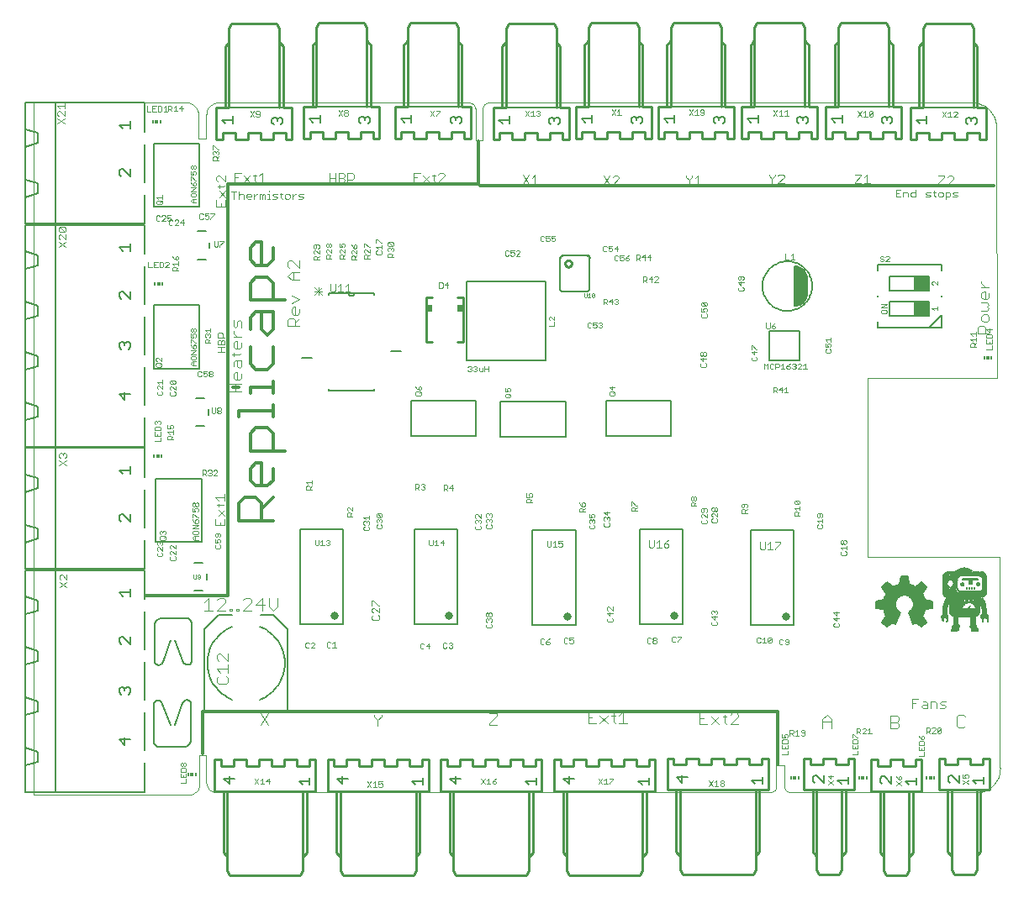
<source format=gto>
G75*
G70*
%OFA0B0*%
%FSLAX24Y24*%
%IPPOS*%
%LPD*%
%AMOC8*
5,1,8,0,0,1.08239X$1,22.5*
%
%ADD10C,0.0000*%
%ADD11C,0.0120*%
%ADD12C,0.0040*%
%ADD13C,0.0030*%
%ADD14C,0.0118*%
%ADD15C,0.0060*%
%ADD16C,0.0316*%
%ADD17C,0.0020*%
%ADD18R,0.0059X0.0118*%
%ADD19R,0.0118X0.0118*%
%ADD20C,0.0080*%
%ADD21C,0.0070*%
%ADD22C,0.0100*%
%ADD23C,0.0050*%
%ADD24R,0.1440X0.0080*%
%ADD25R,0.0060X0.0090*%
%ADD26R,0.0591X0.0591*%
%ADD27C,0.0010*%
%ADD28R,0.0197X0.0295*%
D10*
X000474Y003346D02*
X006615Y003346D01*
X006616Y003346D02*
X006657Y003350D01*
X006699Y003358D01*
X006739Y003369D01*
X006778Y003384D01*
X006815Y003403D01*
X006851Y003425D01*
X006884Y003450D01*
X006915Y003478D01*
X006944Y003509D01*
X006969Y003542D01*
X006991Y003577D01*
X007010Y003615D01*
X007025Y003654D01*
X007037Y003694D01*
X007044Y003735D01*
X007048Y003777D01*
X007049Y003819D01*
X007049Y004921D01*
X007324Y004921D01*
X007324Y003858D01*
X007323Y003821D01*
X007327Y003784D01*
X007334Y003748D01*
X007344Y003713D01*
X007358Y003679D01*
X007376Y003646D01*
X007396Y003616D01*
X007419Y003587D01*
X007445Y003561D01*
X007474Y003538D01*
X007504Y003517D01*
X007536Y003500D01*
X007570Y003485D01*
X007606Y003475D01*
X007642Y003467D01*
X007678Y003464D01*
X029686Y003464D01*
X029714Y003466D01*
X029742Y003471D01*
X029770Y003479D01*
X029796Y003491D01*
X029820Y003506D01*
X029842Y003523D01*
X029863Y003544D01*
X029880Y003566D01*
X029895Y003590D01*
X029907Y003616D01*
X029915Y003644D01*
X029920Y003672D01*
X029922Y003700D01*
X029923Y003700D02*
X029923Y004527D01*
X030237Y004527D01*
X030237Y003700D01*
X030238Y003700D02*
X030240Y003672D01*
X030245Y003644D01*
X030253Y003616D01*
X030265Y003590D01*
X030280Y003566D01*
X030297Y003544D01*
X030318Y003523D01*
X030340Y003506D01*
X030364Y003491D01*
X030390Y003479D01*
X030418Y003471D01*
X030446Y003466D01*
X030474Y003464D01*
X037993Y003464D01*
X037994Y003464D02*
X038052Y003475D01*
X038109Y003489D01*
X038165Y003506D01*
X038219Y003528D01*
X038273Y003552D01*
X038325Y003580D01*
X038374Y003611D01*
X038422Y003645D01*
X038468Y003682D01*
X038511Y003722D01*
X038552Y003764D01*
X038589Y003809D01*
X038624Y003856D01*
X038656Y003906D01*
X038685Y003957D01*
X038711Y004010D01*
X038733Y004064D01*
X038751Y004120D01*
X038767Y004177D01*
X038778Y004234D01*
X038786Y004292D01*
X038790Y004351D01*
X038791Y004410D01*
X038788Y004468D01*
X038781Y004527D01*
X038781Y012795D01*
X033545Y012795D01*
X033545Y019882D01*
X038663Y019882D01*
X038643Y029882D01*
X038640Y029942D01*
X038633Y030002D01*
X038622Y030062D01*
X038608Y030121D01*
X038589Y030179D01*
X038568Y030235D01*
X038543Y030291D01*
X038514Y030344D01*
X038482Y030396D01*
X038447Y030445D01*
X038409Y030492D01*
X038368Y030537D01*
X038324Y030579D01*
X038278Y030618D01*
X038229Y030654D01*
X038178Y030687D01*
X038126Y030717D01*
X038071Y030743D01*
X038015Y030766D01*
X037957Y030786D01*
X037899Y030801D01*
X037839Y030813D01*
X037779Y030822D01*
X037719Y030826D01*
X037658Y030827D01*
X037659Y030826D02*
X018545Y030826D01*
X018545Y030827D02*
X018514Y030825D01*
X018484Y030820D01*
X018454Y030812D01*
X018425Y030800D01*
X018398Y030785D01*
X018373Y030767D01*
X018350Y030746D01*
X018329Y030723D01*
X018311Y030698D01*
X018296Y030671D01*
X018284Y030642D01*
X018276Y030612D01*
X018271Y030582D01*
X018269Y030551D01*
X018269Y029330D01*
X017993Y029330D01*
X017993Y030551D01*
X017994Y030551D02*
X017992Y030582D01*
X017987Y030612D01*
X017979Y030642D01*
X017967Y030671D01*
X017952Y030698D01*
X017934Y030723D01*
X017913Y030746D01*
X017890Y030767D01*
X017865Y030785D01*
X017838Y030800D01*
X017809Y030812D01*
X017779Y030820D01*
X017749Y030825D01*
X017718Y030827D01*
X017718Y030826D02*
X007797Y030826D01*
X007756Y030824D01*
X007715Y030819D01*
X007675Y030810D01*
X007636Y030798D01*
X007598Y030782D01*
X007561Y030763D01*
X007526Y030741D01*
X007494Y030716D01*
X007463Y030688D01*
X007435Y030657D01*
X007410Y030625D01*
X007388Y030590D01*
X007369Y030553D01*
X007353Y030515D01*
X007341Y030476D01*
X007332Y030436D01*
X007327Y030395D01*
X007325Y030354D01*
X007324Y030354D02*
X007324Y029409D01*
X007009Y029409D01*
X007009Y030354D01*
X007010Y030354D02*
X007006Y030397D01*
X006999Y030439D01*
X006988Y030481D01*
X006973Y030521D01*
X006955Y030560D01*
X006934Y030597D01*
X006909Y030633D01*
X006882Y030666D01*
X006851Y030696D01*
X006819Y030724D01*
X006783Y030749D01*
X006746Y030770D01*
X006707Y030789D01*
X006667Y030804D01*
X006625Y030815D01*
X006583Y030823D01*
X006540Y030826D01*
X006497Y030827D01*
X006497Y030826D02*
X000474Y030826D01*
X000474Y003346D01*
D11*
X008599Y014233D02*
X008599Y014923D01*
X008830Y015154D01*
X009290Y015154D01*
X009520Y014923D01*
X009520Y014233D01*
X009981Y014233D02*
X008599Y014233D01*
X009520Y014693D02*
X009981Y015154D01*
X009750Y015614D02*
X009290Y015614D01*
X009060Y015844D01*
X009060Y016305D01*
X009290Y016535D01*
X009520Y016535D01*
X009520Y015614D01*
X009750Y015614D02*
X009981Y015844D01*
X009981Y016305D01*
X009981Y016995D02*
X009981Y017686D01*
X009750Y017916D01*
X009290Y017916D01*
X009060Y017686D01*
X009060Y016995D01*
X010441Y016995D01*
X009981Y018376D02*
X009981Y018837D01*
X009981Y018606D02*
X008599Y018606D01*
X008599Y018376D01*
X009060Y019297D02*
X009060Y019527D01*
X009981Y019527D01*
X009981Y019297D02*
X009981Y019757D01*
X009750Y020218D02*
X009290Y020218D01*
X009060Y020448D01*
X009060Y021139D01*
X009060Y021829D02*
X009060Y022290D01*
X009290Y022520D01*
X009981Y022520D01*
X009981Y021829D01*
X009750Y021599D01*
X009520Y021829D01*
X009520Y022520D01*
X009060Y022980D02*
X009060Y023671D01*
X009290Y023901D01*
X009750Y023901D01*
X009981Y023671D01*
X009981Y022980D01*
X010441Y022980D02*
X009060Y022980D01*
X009290Y024361D02*
X009060Y024591D01*
X009060Y025052D01*
X009290Y025282D01*
X009520Y025282D01*
X009520Y024361D01*
X009750Y024361D02*
X009290Y024361D01*
X009750Y024361D02*
X009981Y024591D01*
X009981Y025052D01*
X009981Y021139D02*
X009981Y020448D01*
X009750Y020218D01*
X008599Y019527D02*
X008369Y019527D01*
D12*
X008479Y019677D02*
X008479Y019370D01*
X008249Y019370D02*
X008710Y019370D01*
X008710Y019677D02*
X008249Y019677D01*
X008403Y019907D02*
X008403Y020060D01*
X008479Y020137D01*
X008556Y020137D01*
X008556Y019830D01*
X008479Y019830D02*
X008403Y019907D01*
X008479Y019830D02*
X008633Y019830D01*
X008710Y019907D01*
X008710Y020060D01*
X008633Y020290D02*
X008556Y020367D01*
X008556Y020597D01*
X008479Y020597D02*
X008710Y020597D01*
X008710Y020367D01*
X008633Y020290D01*
X008403Y020367D02*
X008403Y020521D01*
X008479Y020597D01*
X008403Y020751D02*
X008403Y020904D01*
X008326Y020827D02*
X008633Y020827D01*
X008710Y020904D01*
X008633Y021058D02*
X008479Y021058D01*
X008403Y021134D01*
X008403Y021288D01*
X008479Y021365D01*
X008556Y021365D01*
X008556Y021058D01*
X008633Y021058D02*
X008710Y021134D01*
X008710Y021288D01*
X008710Y021518D02*
X008403Y021518D01*
X008556Y021518D02*
X008403Y021671D01*
X008403Y021748D01*
X008479Y021902D02*
X008403Y021978D01*
X008403Y022209D01*
X008556Y022132D02*
X008633Y022209D01*
X008710Y022132D01*
X008710Y021902D01*
X008556Y021978D02*
X008479Y021902D01*
X008556Y021978D02*
X008556Y022132D01*
X010545Y022179D02*
X010621Y022256D01*
X010775Y022256D01*
X010851Y022179D01*
X010851Y021949D01*
X010851Y022102D02*
X011005Y022256D01*
X010928Y022409D02*
X010775Y022409D01*
X010698Y022486D01*
X010698Y022639D01*
X010775Y022716D01*
X010851Y022716D01*
X010851Y022409D01*
X010928Y022409D02*
X011005Y022486D01*
X011005Y022639D01*
X010698Y022870D02*
X011005Y023023D01*
X010698Y023176D01*
X010698Y023790D02*
X010545Y023944D01*
X010698Y024097D01*
X011005Y024097D01*
X011005Y024251D02*
X010698Y024557D01*
X010621Y024557D01*
X010545Y024481D01*
X010545Y024327D01*
X010621Y024251D01*
X010775Y024097D02*
X010775Y023790D01*
X010698Y023790D02*
X011005Y023790D01*
X011005Y024251D02*
X011005Y024557D01*
X010545Y022179D02*
X010545Y021949D01*
X011005Y021949D01*
X010151Y011170D02*
X010151Y010823D01*
X009978Y010650D01*
X009804Y010823D01*
X009804Y011170D01*
X009549Y011170D02*
X009288Y010910D01*
X009635Y010910D01*
X009549Y010650D02*
X009549Y011170D01*
X009120Y011083D02*
X009033Y011170D01*
X008860Y011170D01*
X008773Y011083D01*
X009120Y011083D02*
X009120Y010997D01*
X008773Y010650D01*
X009120Y010650D01*
X008602Y010650D02*
X008515Y010650D01*
X008515Y010736D01*
X008602Y010736D01*
X008602Y010650D01*
X008344Y010650D02*
X008257Y010650D01*
X008257Y010736D01*
X008344Y010736D01*
X008344Y010650D01*
X008089Y010650D02*
X007742Y010650D01*
X008089Y010997D01*
X008089Y011083D01*
X008002Y011170D01*
X007828Y011170D01*
X007742Y011083D01*
X007399Y011170D02*
X007399Y010650D01*
X007226Y010650D02*
X007573Y010650D01*
X007226Y010997D02*
X007399Y011170D01*
X007806Y008976D02*
X007730Y008900D01*
X007730Y008746D01*
X007806Y008669D01*
X007806Y008976D02*
X007883Y008976D01*
X008190Y008669D01*
X008190Y008976D01*
X008190Y008516D02*
X008190Y008209D01*
X008190Y008363D02*
X007730Y008363D01*
X007883Y008209D01*
X007806Y008056D02*
X007730Y007979D01*
X007730Y007825D01*
X007806Y007749D01*
X008113Y007749D01*
X008190Y007825D01*
X008190Y007979D01*
X008113Y008056D01*
X009470Y006582D02*
X009777Y006122D01*
X009470Y006122D02*
X009777Y006582D01*
X013958Y006543D02*
X013958Y006466D01*
X014112Y006313D01*
X014112Y006083D01*
X014112Y006313D02*
X014265Y006466D01*
X014265Y006543D01*
X018525Y006582D02*
X018832Y006582D01*
X018832Y006506D01*
X018525Y006199D01*
X018525Y006122D01*
X018832Y006122D01*
X022462Y006201D02*
X022769Y006201D01*
X022923Y006201D02*
X023229Y006508D01*
X023383Y006508D02*
X023536Y006508D01*
X023460Y006584D02*
X023460Y006277D01*
X023536Y006201D01*
X023690Y006201D02*
X023997Y006201D01*
X023843Y006201D02*
X023843Y006661D01*
X023690Y006508D01*
X023229Y006201D02*
X022923Y006508D01*
X022769Y006661D02*
X022462Y006661D01*
X022462Y006201D01*
X022462Y006431D02*
X022616Y006431D01*
X026872Y006392D02*
X027025Y006392D01*
X026872Y006622D02*
X026872Y006161D01*
X027179Y006161D01*
X027332Y006161D02*
X027639Y006468D01*
X027792Y006468D02*
X027946Y006468D01*
X027869Y006545D02*
X027869Y006238D01*
X027946Y006161D01*
X028099Y006161D02*
X028406Y006468D01*
X028406Y006545D01*
X028329Y006622D01*
X028176Y006622D01*
X028099Y006545D01*
X028099Y006161D02*
X028406Y006161D01*
X027639Y006161D02*
X027332Y006468D01*
X027179Y006622D02*
X026872Y006622D01*
X031754Y006351D02*
X031754Y006004D01*
X031754Y006264D02*
X032100Y006264D01*
X032100Y006351D02*
X032100Y006004D01*
X032100Y006351D02*
X031927Y006524D01*
X031754Y006351D01*
X034431Y006244D02*
X034691Y006244D01*
X034778Y006158D01*
X034778Y006071D01*
X034691Y005984D01*
X034431Y005984D01*
X034431Y006505D01*
X034691Y006505D01*
X034778Y006418D01*
X034778Y006331D01*
X034691Y006244D01*
X037069Y006110D02*
X037155Y006024D01*
X037329Y006024D01*
X037415Y006110D01*
X037069Y006110D02*
X037069Y006457D01*
X037155Y006544D01*
X037329Y006544D01*
X037415Y006457D01*
X037895Y021653D02*
X037895Y021883D01*
X037972Y021960D01*
X038125Y021960D01*
X038202Y021883D01*
X038202Y021653D01*
X038355Y021653D02*
X037895Y021653D01*
X038125Y022113D02*
X038279Y022113D01*
X038355Y022190D01*
X038355Y022343D01*
X038279Y022420D01*
X038125Y022420D01*
X038048Y022343D01*
X038048Y022190D01*
X038125Y022113D01*
X038048Y022573D02*
X038279Y022573D01*
X038355Y022650D01*
X038279Y022727D01*
X038355Y022804D01*
X038279Y022880D01*
X038048Y022880D01*
X038125Y023034D02*
X038048Y023111D01*
X038048Y023264D01*
X038125Y023341D01*
X038202Y023341D01*
X038202Y023034D01*
X038279Y023034D02*
X038125Y023034D01*
X038279Y023034D02*
X038355Y023111D01*
X038355Y023264D01*
X038355Y023494D02*
X038048Y023494D01*
X038202Y023494D02*
X038048Y023648D01*
X038048Y023724D01*
D13*
X036626Y026985D02*
X036626Y027275D01*
X036771Y027275D01*
X036820Y027227D01*
X036820Y027130D01*
X036771Y027082D01*
X036626Y027082D01*
X036525Y027130D02*
X036525Y027227D01*
X036477Y027275D01*
X036380Y027275D01*
X036332Y027227D01*
X036332Y027130D01*
X036380Y027082D01*
X036477Y027082D01*
X036525Y027130D01*
X036232Y027082D02*
X036184Y027130D01*
X036184Y027323D01*
X036232Y027275D02*
X036135Y027275D01*
X036034Y027275D02*
X035889Y027275D01*
X035841Y027227D01*
X035889Y027178D01*
X035986Y027178D01*
X036034Y027130D01*
X035986Y027082D01*
X035841Y027082D01*
X035445Y027082D02*
X035445Y027372D01*
X035445Y027275D02*
X035300Y027275D01*
X035251Y027227D01*
X035251Y027130D01*
X035300Y027082D01*
X035445Y027082D01*
X035150Y027082D02*
X035150Y027227D01*
X035102Y027275D01*
X034957Y027275D01*
X034957Y027082D01*
X034855Y027082D02*
X034662Y027082D01*
X034662Y027372D01*
X034855Y027372D01*
X034759Y027227D02*
X034662Y027227D01*
X033637Y027613D02*
X033394Y027613D01*
X033274Y027613D02*
X033031Y027613D01*
X033031Y027674D01*
X033274Y027916D01*
X033274Y027977D01*
X033031Y027977D01*
X033394Y027856D02*
X033515Y027977D01*
X033515Y027613D01*
X036339Y027615D02*
X036339Y027554D01*
X036581Y027554D01*
X036701Y027554D02*
X036944Y027797D01*
X036944Y027857D01*
X036883Y027918D01*
X036762Y027918D01*
X036701Y027857D01*
X036581Y027857D02*
X036339Y027615D01*
X036339Y027918D02*
X036581Y027918D01*
X036581Y027857D01*
X036701Y027554D02*
X036944Y027554D01*
X036969Y027275D02*
X037114Y027275D01*
X037066Y027178D02*
X036969Y027178D01*
X036921Y027227D01*
X036969Y027275D01*
X037066Y027178D02*
X037114Y027130D01*
X037066Y027082D01*
X036921Y027082D01*
X030231Y027613D02*
X029988Y027613D01*
X030231Y027856D01*
X030231Y027916D01*
X030170Y027977D01*
X030049Y027977D01*
X029988Y027916D01*
X029869Y027916D02*
X029869Y027977D01*
X029869Y027916D02*
X029747Y027795D01*
X029747Y027613D01*
X029747Y027795D02*
X029626Y027916D01*
X029626Y027977D01*
X026944Y027574D02*
X026701Y027574D01*
X026822Y027574D02*
X026822Y027938D01*
X026701Y027816D01*
X026581Y027877D02*
X026581Y027938D01*
X026581Y027877D02*
X026460Y027756D01*
X026460Y027574D01*
X026460Y027756D02*
X026339Y027877D01*
X026339Y027938D01*
X023676Y027877D02*
X023615Y027938D01*
X023494Y027938D01*
X023433Y027877D01*
X023313Y027938D02*
X023071Y027574D01*
X023313Y027574D02*
X023071Y027938D01*
X023433Y027574D02*
X023676Y027816D01*
X023676Y027877D01*
X023676Y027574D02*
X023433Y027574D01*
X020467Y027593D02*
X020225Y027593D01*
X020105Y027593D02*
X019862Y027957D01*
X020105Y027957D02*
X019862Y027593D01*
X020225Y027836D02*
X020346Y027957D01*
X020346Y027593D01*
X016766Y027672D02*
X016524Y027672D01*
X016766Y027915D01*
X016766Y027975D01*
X016706Y028036D01*
X016584Y028036D01*
X016524Y027975D01*
X016403Y027915D02*
X016282Y027915D01*
X016343Y027975D02*
X016343Y027733D01*
X016403Y027672D01*
X016162Y027672D02*
X015920Y027915D01*
X015800Y028036D02*
X015557Y028036D01*
X015557Y027672D01*
X015800Y027672D01*
X015920Y027672D02*
X016162Y027915D01*
X015678Y027854D02*
X015557Y027854D01*
X013164Y027834D02*
X013103Y027774D01*
X012921Y027774D01*
X012802Y027774D02*
X012802Y027713D01*
X012741Y027652D01*
X012559Y027652D01*
X012559Y028016D01*
X012741Y028016D01*
X012802Y027956D01*
X012802Y027895D01*
X012741Y027834D01*
X012559Y027834D01*
X012439Y027834D02*
X012196Y027834D01*
X012196Y027652D02*
X012196Y028016D01*
X012439Y028016D02*
X012439Y027652D01*
X012741Y027834D02*
X012802Y027774D01*
X012921Y027652D02*
X012921Y028016D01*
X013103Y028016D01*
X013164Y027956D01*
X013164Y027834D01*
X011169Y027196D02*
X011023Y027196D01*
X010975Y027148D01*
X011023Y027100D01*
X011120Y027100D01*
X011169Y027051D01*
X011120Y027003D01*
X010975Y027003D01*
X010875Y027196D02*
X010826Y027196D01*
X010730Y027100D01*
X010730Y027196D02*
X010730Y027003D01*
X010628Y027051D02*
X010628Y027148D01*
X010580Y027196D01*
X010483Y027196D01*
X010435Y027148D01*
X010435Y027051D01*
X010483Y027003D01*
X010580Y027003D01*
X010628Y027051D01*
X010335Y027003D02*
X010287Y027051D01*
X010287Y027245D01*
X010239Y027196D02*
X010335Y027196D01*
X010137Y027196D02*
X009992Y027196D01*
X009944Y027148D01*
X009992Y027100D01*
X010089Y027100D01*
X010137Y027051D01*
X010089Y027003D01*
X009944Y027003D01*
X009844Y027003D02*
X009747Y027003D01*
X009796Y027003D02*
X009796Y027196D01*
X009747Y027196D01*
X009796Y027293D02*
X009796Y027341D01*
X009646Y027148D02*
X009598Y027196D01*
X009550Y027148D01*
X009550Y027003D01*
X009646Y027003D02*
X009646Y027148D01*
X009550Y027148D02*
X009501Y027196D01*
X009453Y027196D01*
X009453Y027003D01*
X009352Y027196D02*
X009304Y027196D01*
X009207Y027100D01*
X009207Y027196D02*
X009207Y027003D01*
X009106Y027100D02*
X008913Y027100D01*
X008913Y027148D02*
X008961Y027196D01*
X009058Y027196D01*
X009106Y027148D01*
X009106Y027100D01*
X009058Y027003D02*
X008961Y027003D01*
X008913Y027051D01*
X008913Y027148D01*
X008811Y027148D02*
X008811Y027003D01*
X008811Y027148D02*
X008763Y027196D01*
X008666Y027196D01*
X008618Y027148D01*
X008618Y027293D02*
X008618Y027003D01*
X008420Y027003D02*
X008420Y027293D01*
X008323Y027293D02*
X008517Y027293D01*
X008451Y027672D02*
X008693Y027672D01*
X008813Y027672D02*
X009056Y027915D01*
X009176Y027915D02*
X009297Y027915D01*
X009236Y027975D02*
X009236Y027733D01*
X009297Y027672D01*
X009417Y027672D02*
X009660Y027672D01*
X009539Y027672D02*
X009539Y028036D01*
X009417Y027915D01*
X009056Y027672D02*
X008813Y027915D01*
X008693Y028036D02*
X008451Y028036D01*
X008451Y027672D01*
X008451Y027854D02*
X008572Y027854D01*
X008077Y027937D02*
X008077Y027690D01*
X007830Y027937D01*
X007768Y027937D01*
X007706Y027875D01*
X007706Y027751D01*
X007768Y027690D01*
X007830Y027568D02*
X007830Y027444D01*
X007768Y027506D02*
X008015Y027506D01*
X008077Y027568D01*
X008077Y027323D02*
X007830Y027076D01*
X007706Y026954D02*
X007706Y026708D01*
X008077Y026708D01*
X008077Y026954D01*
X008077Y027076D02*
X007830Y027323D01*
X007892Y026831D02*
X007892Y026708D01*
X011607Y023495D02*
X011921Y023182D01*
X011921Y023338D02*
X011607Y023338D01*
X011607Y023182D02*
X011921Y023495D01*
X011764Y023495D02*
X011764Y023182D01*
X012239Y023376D02*
X012287Y023328D01*
X012384Y023328D01*
X012432Y023376D01*
X012432Y023618D01*
X012534Y023521D02*
X012630Y023618D01*
X012630Y023328D01*
X012534Y023328D02*
X012727Y023328D01*
X012828Y023328D02*
X013022Y023328D01*
X012925Y023328D02*
X012925Y023618D01*
X012828Y023521D01*
X012239Y023618D02*
X012239Y023376D01*
X008057Y021509D02*
X007767Y021509D01*
X007767Y021655D01*
X007815Y021703D01*
X007912Y021703D01*
X007960Y021655D01*
X007960Y021509D01*
X007960Y021408D02*
X008009Y021408D01*
X008057Y021360D01*
X008057Y021215D01*
X007767Y021215D01*
X007767Y021360D01*
X007815Y021408D01*
X007864Y021408D01*
X007912Y021360D01*
X007912Y021215D01*
X007912Y021114D02*
X007912Y020920D01*
X008057Y020920D02*
X007767Y020920D01*
X007767Y021114D02*
X008057Y021114D01*
X007912Y021360D02*
X007960Y021408D01*
X001750Y025103D02*
X001460Y025296D01*
X001508Y025398D02*
X001460Y025446D01*
X001460Y025543D01*
X001508Y025591D01*
X001557Y025591D01*
X001750Y025398D01*
X001750Y025591D01*
X001702Y025692D02*
X001508Y025886D01*
X001702Y025886D01*
X001750Y025837D01*
X001750Y025741D01*
X001702Y025692D01*
X001508Y025692D01*
X001460Y025741D01*
X001460Y025837D01*
X001508Y025886D01*
X001750Y025296D02*
X001460Y025103D01*
X001420Y029997D02*
X001711Y030190D01*
X001711Y030291D02*
X001517Y030485D01*
X001469Y030485D01*
X001420Y030436D01*
X001420Y030340D01*
X001469Y030291D01*
X001420Y030190D02*
X001711Y029997D01*
X001711Y030291D02*
X001711Y030485D01*
X001711Y030586D02*
X001711Y030779D01*
X001711Y030683D02*
X001420Y030683D01*
X001517Y030586D01*
X001529Y016920D02*
X001577Y016920D01*
X001626Y016871D01*
X001674Y016920D01*
X001722Y016920D01*
X001771Y016871D01*
X001771Y016775D01*
X001722Y016726D01*
X001771Y016625D02*
X001481Y016432D01*
X001481Y016625D02*
X001771Y016432D01*
X001529Y016726D02*
X001481Y016775D01*
X001481Y016871D01*
X001529Y016920D01*
X001626Y016871D02*
X001626Y016823D01*
X001596Y012087D02*
X001548Y012087D01*
X001499Y012039D01*
X001499Y011942D01*
X001548Y011894D01*
X001499Y011792D02*
X001789Y011599D01*
X001789Y011792D02*
X001499Y011599D01*
X001789Y011894D02*
X001596Y012087D01*
X001789Y012087D02*
X001789Y011894D01*
X007687Y014050D02*
X008057Y014050D01*
X008057Y014297D01*
X008057Y014418D02*
X007810Y014665D01*
X007810Y014787D02*
X007810Y014910D01*
X007749Y014848D02*
X007995Y014848D01*
X008057Y014910D01*
X008057Y015032D02*
X008057Y015279D01*
X008057Y015156D02*
X007687Y015156D01*
X007810Y015032D01*
X008057Y014665D02*
X007810Y014418D01*
X007687Y014297D02*
X007687Y014050D01*
X007872Y014050D02*
X007872Y014174D01*
X013888Y011069D02*
X013888Y010876D01*
X013936Y010774D02*
X013888Y010726D01*
X013888Y010629D01*
X013936Y010581D01*
X013936Y010480D02*
X013888Y010431D01*
X013888Y010335D01*
X013936Y010286D01*
X014130Y010286D01*
X014178Y010335D01*
X014178Y010431D01*
X014130Y010480D01*
X014178Y010581D02*
X013985Y010774D01*
X013936Y010774D01*
X014130Y010876D02*
X014178Y010876D01*
X014130Y010876D02*
X013936Y011069D01*
X013888Y011069D01*
X014178Y010774D02*
X014178Y010581D01*
X024874Y013219D02*
X024922Y013171D01*
X025019Y013171D01*
X025067Y013219D01*
X025067Y013461D01*
X025168Y013364D02*
X025265Y013461D01*
X025265Y013171D01*
X025168Y013171D02*
X025362Y013171D01*
X025463Y013219D02*
X025511Y013171D01*
X025608Y013171D01*
X025656Y013219D01*
X025656Y013268D01*
X025608Y013316D01*
X025463Y013316D01*
X025463Y013219D01*
X025463Y013316D02*
X025560Y013413D01*
X025656Y013461D01*
X024874Y013461D02*
X024874Y013219D01*
X029283Y013140D02*
X029331Y013092D01*
X029428Y013092D01*
X029476Y013140D01*
X029476Y013382D01*
X029578Y013286D02*
X029674Y013382D01*
X029674Y013092D01*
X029578Y013092D02*
X029771Y013092D01*
X029872Y013092D02*
X029872Y013140D01*
X030066Y013334D01*
X030066Y013382D01*
X029872Y013382D01*
X029283Y013382D02*
X029283Y013140D01*
X035312Y007170D02*
X035554Y007170D01*
X035735Y007049D02*
X035856Y007049D01*
X035917Y006988D01*
X035917Y006806D01*
X035735Y006806D01*
X035674Y006867D01*
X035735Y006927D01*
X035917Y006927D01*
X036036Y006806D02*
X036036Y007049D01*
X036218Y007049D01*
X036279Y006988D01*
X036279Y006806D01*
X036399Y006806D02*
X036581Y006806D01*
X036642Y006867D01*
X036581Y006927D01*
X036460Y006927D01*
X036399Y006988D01*
X036460Y007049D01*
X036642Y007049D01*
X035433Y006988D02*
X035312Y006988D01*
X035312Y006806D02*
X035312Y007170D01*
D14*
X029982Y006653D02*
X029982Y004567D01*
X029982Y006653D02*
X007186Y006673D01*
X007186Y005000D01*
X008190Y011260D02*
X004923Y011260D01*
X008190Y011260D02*
X008190Y027598D01*
X018092Y027598D01*
X018092Y029311D01*
X018190Y027519D02*
X038545Y027519D01*
D15*
X022513Y024661D02*
X022517Y023460D01*
X022517Y023457D02*
X022518Y023436D01*
X022515Y023416D01*
X022509Y023397D01*
X022499Y023379D01*
X022486Y023363D01*
X022471Y023349D01*
X022454Y023339D01*
X022435Y023331D01*
X022415Y023327D01*
X022415Y023326D02*
X021442Y023326D01*
X021425Y023330D01*
X021408Y023336D01*
X021393Y023345D01*
X021380Y023356D01*
X021369Y023370D01*
X021360Y023385D01*
X021354Y023402D01*
X021351Y023419D01*
X021351Y023437D01*
X021348Y023445D02*
X021344Y024661D01*
X021446Y024763D02*
X022415Y024763D01*
X015042Y020958D02*
X014642Y020958D01*
X013962Y019478D02*
X013962Y019408D01*
X012182Y019408D01*
X012182Y019478D01*
X011502Y020698D02*
X011102Y020698D01*
X012182Y023198D02*
X012182Y023268D01*
X012952Y023268D01*
X013192Y023268D01*
X013962Y023268D01*
X013962Y023198D01*
X013192Y023268D02*
X013190Y023247D01*
X013185Y023227D01*
X013176Y023208D01*
X013164Y023191D01*
X013149Y023176D01*
X013132Y023164D01*
X013113Y023155D01*
X013093Y023150D01*
X013072Y023148D01*
X013051Y023150D01*
X013031Y023155D01*
X013012Y023164D01*
X012995Y023176D01*
X012980Y023191D01*
X012968Y023208D01*
X012959Y023227D01*
X012954Y023247D01*
X012952Y023268D01*
X004888Y022824D02*
X004888Y024324D01*
X004888Y024824D02*
X004888Y025974D01*
X001338Y025974D01*
X000138Y025974D01*
X000138Y024924D01*
X000138Y024224D01*
X000138Y022924D01*
X000138Y022224D01*
X000138Y020924D01*
X000638Y020774D01*
X000638Y020374D01*
X000138Y020224D01*
X000138Y018924D01*
X000638Y018774D01*
X000638Y018374D01*
X000138Y018224D01*
X000138Y017174D01*
X001338Y017174D01*
X004888Y017174D01*
X004888Y018324D01*
X004888Y018824D02*
X004888Y020324D01*
X004888Y020824D02*
X004888Y022324D01*
X000638Y022374D02*
X000638Y022774D01*
X000138Y022924D01*
X000138Y022224D02*
X000638Y022374D01*
X000138Y020924D02*
X000138Y020224D01*
X000138Y018924D02*
X000138Y018224D01*
X000138Y017124D02*
X001338Y017124D01*
X001338Y012324D01*
X000138Y012324D01*
X000138Y013374D01*
X000138Y014074D01*
X000638Y013924D01*
X000638Y013524D01*
X000138Y013374D01*
X000138Y014074D02*
X000138Y015374D01*
X000138Y016074D01*
X000638Y015924D01*
X000638Y015524D01*
X000138Y015374D01*
X000138Y016074D02*
X000138Y017124D01*
X001338Y017124D02*
X004888Y017124D01*
X004888Y015974D01*
X004888Y015474D02*
X004888Y013974D01*
X004888Y013474D02*
X004888Y012324D01*
X001338Y012324D01*
X001338Y012274D02*
X000138Y012274D01*
X000138Y011224D01*
X000138Y010524D01*
X000138Y009224D01*
X000138Y008524D01*
X000138Y007224D01*
X000638Y007074D01*
X000638Y006674D01*
X000138Y006524D01*
X000138Y005224D01*
X000638Y005074D01*
X000638Y004674D01*
X000138Y004524D01*
X000138Y003474D01*
X001338Y003474D01*
X004888Y003474D01*
X004888Y004624D01*
X004888Y005124D02*
X004888Y006624D01*
X004888Y007124D02*
X004888Y008624D01*
X004888Y009124D02*
X004888Y010624D01*
X004888Y011124D02*
X004888Y012274D01*
X001338Y012274D01*
X001338Y003474D01*
X000138Y004524D02*
X000138Y005224D01*
X000138Y006524D02*
X000138Y007224D01*
X000138Y008524D02*
X000638Y008674D01*
X000638Y009074D01*
X000138Y009224D01*
X000138Y010524D02*
X000638Y010674D01*
X000638Y011074D01*
X000138Y011224D01*
X001338Y017174D02*
X001338Y025974D01*
X001338Y026025D02*
X000138Y026025D01*
X000138Y027075D01*
X000138Y027775D01*
X000638Y027625D01*
X000638Y027225D01*
X000138Y027075D01*
X000138Y027775D02*
X000138Y029075D01*
X000138Y029775D01*
X000638Y029625D01*
X000638Y029225D01*
X000138Y029075D01*
X000138Y029775D02*
X000138Y030825D01*
X001338Y030825D01*
X001338Y026025D01*
X004888Y026025D01*
X004888Y027175D01*
X004888Y027675D02*
X004888Y029175D01*
X004888Y029675D02*
X004888Y030825D01*
X001338Y030825D01*
X000138Y024924D02*
X000638Y024774D01*
X000638Y024374D01*
X000138Y024224D01*
X011032Y013893D02*
X011032Y010122D01*
X012750Y010122D01*
X012750Y013893D01*
X011032Y013893D01*
X015559Y013893D02*
X015559Y010122D01*
X017278Y010122D01*
X017278Y013893D01*
X015559Y013893D01*
X020244Y013854D02*
X020244Y010083D01*
X021963Y010083D01*
X021963Y013854D01*
X020244Y013854D01*
X024496Y013893D02*
X024496Y010122D01*
X026215Y010122D01*
X026215Y013893D01*
X024496Y013893D01*
X028906Y013854D02*
X028906Y010083D01*
X030624Y010083D01*
X030624Y013854D01*
X028906Y013854D01*
X034109Y011599D02*
X034299Y011779D01*
X034559Y011599D01*
X034579Y011569D02*
X034879Y011719D01*
X034829Y011719D01*
X034879Y011969D01*
X035129Y011969D01*
X035129Y011669D01*
X035429Y011569D01*
X035679Y011719D01*
X035829Y011619D01*
X035679Y011319D01*
X035779Y011069D01*
X036079Y011019D01*
X036079Y010769D01*
X035779Y010769D01*
X035679Y010419D01*
X035829Y010219D01*
X035679Y010069D01*
X035479Y010219D01*
X035379Y010169D01*
X035179Y010569D01*
X035379Y010769D01*
X035379Y011019D01*
X035229Y011269D01*
X034979Y011319D01*
X034679Y011219D01*
X034729Y011219D01*
X034579Y010969D01*
X034679Y010669D01*
X034779Y010569D01*
X034629Y010169D01*
X034529Y010219D01*
X034329Y010069D01*
X034179Y010219D01*
X034329Y010469D01*
X034229Y010719D01*
X033929Y010819D01*
X033929Y010769D01*
X033929Y011019D01*
X034229Y011069D01*
X034329Y011369D01*
X034129Y011569D01*
X034279Y011719D01*
X034579Y011569D01*
X034516Y011601D02*
X034161Y011601D01*
X034109Y011599D02*
X034289Y011339D01*
X034309Y011308D02*
X034945Y011308D01*
X035036Y011308D02*
X035684Y011308D01*
X035699Y011339D02*
X035879Y011599D01*
X035689Y011779D01*
X035429Y011599D01*
X035481Y011601D02*
X035820Y011601D01*
X035791Y011542D02*
X034156Y011542D01*
X034215Y011484D02*
X035761Y011484D01*
X035732Y011425D02*
X034273Y011425D01*
X034328Y011367D02*
X035703Y011367D01*
X035707Y011249D02*
X035241Y011249D01*
X035276Y011191D02*
X035731Y011191D01*
X035754Y011132D02*
X035311Y011132D01*
X035347Y011074D02*
X035777Y011074D01*
X035809Y011089D02*
X036109Y011029D01*
X036109Y010769D01*
X035809Y010719D01*
X035766Y010723D02*
X035332Y010723D01*
X035379Y010781D02*
X036079Y010781D01*
X036079Y010840D02*
X035379Y010840D01*
X035379Y010898D02*
X036079Y010898D01*
X036079Y010957D02*
X035379Y010957D01*
X035379Y011015D02*
X036079Y011015D01*
X035749Y010664D02*
X035274Y010664D01*
X035215Y010606D02*
X035732Y010606D01*
X035716Y010547D02*
X035190Y010547D01*
X035159Y010579D02*
X035349Y010129D01*
X035449Y010189D01*
X035689Y010019D01*
X035879Y010209D01*
X035709Y010449D01*
X035682Y010430D02*
X035249Y010430D01*
X035220Y010488D02*
X035699Y010488D01*
X035715Y010371D02*
X035278Y010371D01*
X035308Y010313D02*
X035759Y010313D01*
X035803Y010254D02*
X035337Y010254D01*
X035366Y010196D02*
X035432Y010196D01*
X035511Y010196D02*
X035806Y010196D01*
X035747Y010137D02*
X035589Y010137D01*
X035667Y010079D02*
X035688Y010079D01*
X036524Y010409D02*
X036544Y010389D01*
X036664Y010389D01*
X036664Y010399D01*
X036704Y010439D01*
X036694Y010439D01*
X036654Y010479D01*
X036654Y010849D01*
X036684Y010879D01*
X036684Y010939D01*
X036754Y011009D01*
X036754Y011119D01*
X036764Y011129D01*
X036724Y011129D01*
X036724Y011109D01*
X036704Y011109D01*
X036704Y011079D01*
X036684Y011079D01*
X036684Y011049D01*
X036674Y011049D01*
X036674Y011019D01*
X036654Y011019D01*
X036654Y010949D01*
X036624Y010919D01*
X036624Y010869D01*
X036614Y010859D01*
X036614Y010809D01*
X036574Y010769D01*
X036574Y010689D01*
X036554Y010669D01*
X036554Y010539D01*
X036574Y010519D01*
X036574Y010489D01*
X036544Y010459D01*
X036544Y010439D01*
X036524Y010419D01*
X036524Y010409D01*
X036535Y010430D02*
X036695Y010430D01*
X036684Y010379D02*
X036697Y010386D01*
X036708Y010397D01*
X036717Y010410D01*
X036722Y010424D01*
X036724Y010439D01*
X036722Y010454D01*
X036717Y010468D01*
X036708Y010481D01*
X036697Y010492D01*
X036684Y010499D01*
X036654Y010488D02*
X036573Y010488D01*
X036534Y010499D02*
X036534Y010719D01*
X036574Y010723D02*
X036654Y010723D01*
X036654Y010781D02*
X036586Y010781D01*
X036564Y010769D02*
X036634Y010969D01*
X036654Y010957D02*
X036702Y010957D01*
X036684Y010898D02*
X036624Y010898D01*
X036614Y010840D02*
X036654Y010840D01*
X036654Y011015D02*
X036754Y011015D01*
X036774Y011009D02*
X036774Y010999D01*
X036814Y010999D01*
X036844Y010969D01*
X036844Y010589D01*
X036894Y010539D01*
X036914Y010539D01*
X036954Y010499D01*
X037014Y010499D01*
X037024Y010489D01*
X037024Y010099D01*
X036984Y010059D01*
X036984Y010049D01*
X036974Y010039D01*
X036974Y010019D01*
X036944Y009989D01*
X036944Y009959D01*
X036934Y009949D01*
X036934Y009909D01*
X036924Y009899D01*
X037064Y009899D01*
X037104Y009939D01*
X037104Y010039D01*
X037124Y010059D01*
X037094Y010089D01*
X037094Y010449D01*
X037134Y010489D01*
X037674Y010489D01*
X037684Y010479D01*
X037684Y010089D01*
X037654Y010089D01*
X037634Y010069D01*
X037627Y010060D01*
X037624Y010049D01*
X037624Y010037D01*
X037628Y010026D01*
X037635Y010016D01*
X037644Y010009D01*
X037664Y010009D01*
X037664Y009949D01*
X037724Y009949D01*
X037724Y009899D01*
X037864Y009899D01*
X037864Y009919D01*
X037824Y009919D01*
X037824Y010049D01*
X037774Y010049D01*
X037774Y010479D01*
X037804Y010479D01*
X037804Y010599D01*
X037814Y010599D01*
X037814Y010499D01*
X037884Y010499D01*
X037884Y010589D01*
X037904Y010589D01*
X037904Y010569D01*
X037934Y010569D01*
X037934Y010699D01*
X037624Y010699D01*
X037624Y010719D01*
X037494Y010719D01*
X037494Y010689D01*
X037224Y010689D01*
X037224Y011009D01*
X036774Y011009D01*
X036784Y011019D02*
X036784Y011109D01*
X036794Y011119D01*
X036804Y011119D01*
X037394Y011149D01*
X037374Y011149D01*
X037314Y011139D01*
X037174Y010999D01*
X036804Y010999D01*
X036784Y011019D01*
X036788Y011015D02*
X037190Y011015D01*
X037224Y010957D02*
X036844Y010957D01*
X036794Y010959D02*
X036794Y010629D01*
X036804Y010619D01*
X036844Y010606D02*
X037934Y010606D01*
X037934Y010664D02*
X036844Y010664D01*
X036844Y010723D02*
X037224Y010723D01*
X037274Y010729D02*
X037494Y010729D01*
X037514Y010739D02*
X037520Y010751D01*
X037529Y010760D01*
X037540Y010767D01*
X037552Y010771D01*
X037566Y010771D01*
X037578Y010767D01*
X037589Y010760D01*
X037598Y010751D01*
X037604Y010739D01*
X037624Y010729D02*
X037844Y010729D01*
X037852Y010731D01*
X037858Y010735D01*
X037862Y010741D01*
X037864Y010749D01*
X037862Y010757D01*
X037858Y010763D01*
X037852Y010767D01*
X037844Y010769D01*
X037884Y010759D02*
X037884Y010839D01*
X037854Y010869D01*
X037844Y010869D01*
X037714Y010999D01*
X037434Y010999D01*
X037424Y011009D01*
X037754Y011019D01*
X037754Y011039D01*
X037804Y011089D01*
X038004Y011089D01*
X038054Y011139D01*
X038054Y011109D01*
X038114Y011049D01*
X038114Y010979D01*
X038164Y010929D01*
X038164Y010839D01*
X038214Y010789D01*
X038214Y010489D01*
X038244Y010459D01*
X038244Y010449D01*
X038264Y010429D01*
X038264Y010409D01*
X038234Y010379D01*
X038144Y010379D01*
X038124Y010399D01*
X038104Y010399D01*
X038084Y010419D01*
X038084Y010469D01*
X038104Y010469D01*
X038134Y010499D01*
X038134Y010729D01*
X038104Y010759D01*
X038104Y010849D01*
X038054Y010899D01*
X038054Y010959D01*
X037994Y011019D01*
X037944Y011019D01*
X037944Y010749D01*
X037894Y010749D01*
X037884Y010759D01*
X037884Y010781D02*
X037944Y010781D01*
X037944Y010840D02*
X037884Y010840D01*
X037944Y010898D02*
X037815Y010898D01*
X037757Y010957D02*
X037944Y010957D01*
X037974Y010989D02*
X037994Y010989D01*
X037974Y010989D02*
X037974Y010659D01*
X037884Y010547D02*
X037814Y010547D01*
X037804Y010547D02*
X036887Y010547D01*
X036954Y010469D02*
X036931Y010471D01*
X036909Y010476D01*
X036888Y010485D01*
X036868Y010497D01*
X036851Y010513D01*
X036837Y010530D01*
X036825Y010550D01*
X036817Y010571D01*
X036812Y010594D01*
X036811Y010617D01*
X036814Y010639D01*
X036844Y010781D02*
X037224Y010781D01*
X037264Y010819D02*
X037264Y010839D01*
X037394Y010969D01*
X037374Y010969D01*
X037284Y011059D01*
X037264Y011059D01*
X037264Y010819D01*
X037264Y010840D02*
X037265Y010840D01*
X037224Y010840D02*
X036844Y010840D01*
X036844Y010898D02*
X037224Y010898D01*
X037264Y010898D02*
X037323Y010898D01*
X037264Y010957D02*
X037382Y010957D01*
X037328Y011015D02*
X037264Y011015D01*
X037249Y011074D02*
X036784Y011074D01*
X036754Y011074D02*
X036684Y011074D01*
X036774Y011159D02*
X036754Y011179D01*
X036754Y011379D01*
X036764Y011389D01*
X036774Y011379D01*
X036774Y011389D01*
X037074Y011389D01*
X037114Y011349D01*
X037254Y011349D01*
X037264Y011359D01*
X038194Y011359D01*
X038194Y011329D01*
X038144Y011279D01*
X038094Y011279D01*
X038014Y011199D01*
X038014Y011169D01*
X038024Y011159D01*
X036774Y011159D01*
X036754Y011189D02*
X036754Y011569D01*
X036764Y011579D01*
X036744Y011579D01*
X036674Y011649D01*
X036674Y011839D01*
X036774Y011939D01*
X036774Y012069D01*
X036604Y012069D01*
X036584Y012049D02*
X036584Y011459D01*
X036594Y011449D01*
X036594Y011339D01*
X036684Y011249D01*
X036694Y011249D01*
X036754Y011189D01*
X036754Y011191D02*
X038014Y011191D01*
X037994Y011129D02*
X037994Y011119D01*
X037934Y011059D01*
X037774Y011059D01*
X037774Y011099D01*
X037764Y011109D01*
X037764Y011139D01*
X037724Y011179D01*
X037714Y011179D01*
X037674Y011139D01*
X037754Y011139D01*
X037764Y011129D01*
X037994Y011129D01*
X038047Y011132D02*
X038054Y011132D01*
X038090Y011074D02*
X037789Y011074D01*
X037774Y011074D02*
X037949Y011074D01*
X037944Y011015D02*
X037623Y011015D01*
X037487Y011079D02*
X037489Y011095D01*
X037495Y011110D01*
X037504Y011123D01*
X037516Y011134D01*
X037530Y011142D01*
X037546Y011146D01*
X037562Y011146D01*
X037578Y011142D01*
X037592Y011134D01*
X037604Y011123D01*
X037613Y011110D01*
X037619Y011095D01*
X037621Y011079D01*
X037619Y011063D01*
X037613Y011048D01*
X037604Y011035D01*
X037592Y011024D01*
X037578Y011016D01*
X037562Y011012D01*
X037546Y011012D01*
X037530Y011016D01*
X037516Y011024D01*
X037504Y011035D01*
X037495Y011048D01*
X037489Y011063D01*
X037487Y011079D01*
X037504Y011139D02*
X037604Y011139D01*
X037614Y011149D01*
X037651Y011079D02*
X037653Y011094D01*
X037658Y011108D01*
X037667Y011121D01*
X037678Y011131D01*
X037692Y011138D01*
X037706Y011142D01*
X037722Y011142D01*
X037736Y011138D01*
X037750Y011131D01*
X037761Y011121D01*
X037770Y011108D01*
X037775Y011094D01*
X037777Y011079D01*
X037775Y011064D01*
X037770Y011050D01*
X037761Y011037D01*
X037750Y011027D01*
X037736Y011020D01*
X037722Y011016D01*
X037706Y011016D01*
X037692Y011020D01*
X037678Y011027D01*
X037667Y011037D01*
X037658Y011050D01*
X037653Y011064D01*
X037651Y011079D01*
X037761Y011132D02*
X037764Y011132D01*
X037998Y011015D02*
X038114Y011015D01*
X038137Y010957D02*
X038054Y010957D01*
X038055Y010898D02*
X038164Y010898D01*
X038164Y010840D02*
X038104Y010840D01*
X038104Y010781D02*
X038214Y010781D01*
X038214Y010839D02*
X038244Y010499D01*
X038215Y010488D02*
X038123Y010488D01*
X038094Y010519D02*
X038080Y010511D01*
X038067Y010501D01*
X038057Y010488D01*
X038050Y010473D01*
X038046Y010457D01*
X038045Y010441D01*
X038048Y010425D01*
X038054Y010409D01*
X038063Y010396D01*
X038075Y010384D01*
X038089Y010375D01*
X038104Y010370D01*
X038084Y010430D02*
X038264Y010430D01*
X038274Y010379D02*
X038286Y010389D01*
X038296Y010403D01*
X038302Y010418D01*
X038304Y010434D01*
X038303Y010450D01*
X038298Y010465D01*
X038289Y010479D01*
X038278Y010491D01*
X038264Y010499D01*
X038214Y010547D02*
X038134Y010547D01*
X038134Y010606D02*
X038214Y010606D01*
X038214Y010664D02*
X038134Y010664D01*
X038134Y010723D02*
X038214Y010723D01*
X037974Y010640D02*
X037972Y010614D01*
X037966Y010588D01*
X037956Y010564D01*
X037943Y010541D01*
X037927Y010520D01*
X037909Y010502D01*
X037887Y010486D01*
X037864Y010474D01*
X037840Y010465D01*
X037814Y010460D01*
X037804Y010439D02*
X037794Y010439D01*
X037794Y010099D01*
X037774Y010079D02*
X037644Y010079D01*
X037654Y010099D02*
X037654Y010439D01*
X037124Y010439D01*
X037124Y010099D01*
X037134Y010099D01*
X037105Y010079D02*
X037004Y010079D01*
X036984Y010119D02*
X036984Y010469D01*
X036954Y010469D01*
X037024Y010488D02*
X037133Y010488D01*
X037094Y010430D02*
X037024Y010430D01*
X037024Y010371D02*
X037094Y010371D01*
X037094Y010313D02*
X037024Y010313D01*
X037024Y010254D02*
X037094Y010254D01*
X037094Y010196D02*
X037024Y010196D01*
X037024Y010137D02*
X037094Y010137D01*
X037154Y010089D02*
X037162Y010079D01*
X037167Y010066D01*
X037169Y010053D01*
X037167Y010040D01*
X037162Y010028D01*
X037154Y010018D01*
X037144Y010010D01*
X037104Y010020D02*
X036974Y010020D01*
X036924Y010009D02*
X036918Y010023D01*
X036915Y010037D01*
X036916Y010051D01*
X036920Y010065D01*
X036928Y010077D01*
X036938Y010088D01*
X036950Y010095D01*
X036964Y010099D01*
X036944Y009962D02*
X037104Y009962D01*
X037144Y009979D02*
X037148Y009964D01*
X037149Y009949D01*
X037146Y009934D01*
X037141Y009919D01*
X037133Y009906D01*
X037122Y009895D01*
X037109Y009887D01*
X037095Y009881D01*
X037079Y009878D01*
X037064Y009879D01*
X037074Y009859D02*
X037084Y009869D01*
X037074Y009859D02*
X036944Y009859D01*
X036924Y009849D02*
X036911Y009851D01*
X036900Y009856D01*
X036890Y009864D01*
X036883Y009874D01*
X036878Y009886D01*
X036877Y009898D01*
X036879Y009911D01*
X036885Y009922D01*
X036893Y009932D01*
X036904Y009939D01*
X036928Y009903D02*
X037068Y009903D01*
X037632Y010020D02*
X037824Y010020D01*
X037834Y009999D02*
X037843Y010010D01*
X037849Y010023D01*
X037853Y010037D01*
X037853Y010051D01*
X037850Y010065D01*
X037844Y010078D01*
X037835Y010090D01*
X037824Y010099D01*
X037774Y010137D02*
X037684Y010137D01*
X037684Y010196D02*
X037774Y010196D01*
X037774Y010254D02*
X037684Y010254D01*
X037684Y010313D02*
X037774Y010313D01*
X037774Y010371D02*
X037684Y010371D01*
X037684Y010430D02*
X037774Y010430D01*
X037804Y010488D02*
X037675Y010488D01*
X038234Y010540D02*
X038237Y010584D01*
X038238Y010628D01*
X038236Y010672D01*
X038231Y010716D01*
X038224Y010759D01*
X038114Y010239D02*
X038108Y010257D01*
X038104Y010276D01*
X038105Y010296D01*
X038109Y010315D01*
X038116Y010333D01*
X038127Y010349D01*
X038141Y010363D01*
X038157Y010374D01*
X038174Y010382D01*
X038193Y010386D01*
X038213Y010387D01*
X038232Y010384D01*
X038250Y010377D01*
X038267Y010368D01*
X038282Y010355D01*
X038294Y010340D01*
X038303Y010322D01*
X038308Y010304D01*
X038310Y010284D01*
X038308Y010265D01*
X038303Y010246D01*
X038294Y010229D01*
X037924Y009879D02*
X037916Y009872D01*
X037906Y009867D01*
X037895Y009865D01*
X037884Y009866D01*
X037874Y009869D01*
X037884Y009849D02*
X037904Y009869D01*
X037884Y009849D02*
X037754Y009849D01*
X037724Y009903D02*
X037864Y009903D01*
X037914Y009899D02*
X037909Y009915D01*
X037902Y009929D01*
X037893Y009942D01*
X037882Y009953D01*
X037868Y009962D01*
X037854Y009969D01*
X037824Y009962D02*
X037664Y009962D01*
X037665Y009939D02*
X037664Y009922D01*
X037668Y009904D01*
X037675Y009888D01*
X037685Y009874D01*
X037698Y009863D01*
X037713Y009854D01*
X037730Y009849D01*
X037747Y009847D01*
X037764Y009849D01*
X038104Y010519D02*
X038103Y010579D01*
X038099Y010638D01*
X038091Y010697D01*
X038080Y010755D01*
X038066Y010813D01*
X038048Y010869D01*
X038028Y010925D01*
X038004Y010979D01*
X038065Y011249D02*
X036754Y011249D01*
X036684Y011249D01*
X036626Y011308D02*
X036754Y011308D01*
X038173Y011308D01*
X038214Y011379D02*
X038024Y011379D01*
X038044Y011379D01*
X038050Y011380D01*
X038055Y011384D01*
X038058Y011389D01*
X038059Y011394D01*
X038058Y011400D01*
X038055Y011405D01*
X038050Y011408D01*
X038044Y011409D01*
X038054Y011409D01*
X038075Y011412D01*
X038095Y011420D01*
X038111Y011432D01*
X038124Y011449D01*
X038133Y011468D01*
X038136Y011488D01*
X038134Y011509D01*
X038144Y011509D01*
X038144Y011919D01*
X038134Y011919D01*
X038134Y012029D01*
X038084Y012029D01*
X038084Y012049D01*
X038074Y012049D01*
X038074Y012089D01*
X038124Y012089D01*
X038124Y012079D01*
X038144Y012089D01*
X038164Y012089D01*
X038164Y012019D01*
X038194Y012019D01*
X038194Y011999D01*
X038214Y011999D01*
X038214Y011379D01*
X038214Y011425D02*
X038102Y011425D01*
X038244Y011420D02*
X038246Y011395D01*
X038245Y011370D01*
X038240Y011346D01*
X038231Y011323D01*
X038220Y011301D01*
X038205Y011281D01*
X038188Y011263D01*
X038168Y011248D01*
X038146Y011236D01*
X038123Y011227D01*
X038099Y011222D01*
X038074Y011220D01*
X037984Y011419D02*
X037984Y011429D01*
X037974Y011429D02*
X037244Y011429D01*
X037244Y011419D02*
X037984Y011419D01*
X037974Y011439D02*
X037995Y011439D01*
X038015Y011443D01*
X038035Y011450D01*
X038053Y011461D01*
X038069Y011474D01*
X038082Y011490D01*
X038093Y011508D01*
X038100Y011528D01*
X038104Y011548D01*
X038104Y011569D01*
X038104Y011579D02*
X038104Y011909D01*
X038144Y011893D02*
X038214Y011893D01*
X038214Y011835D02*
X038144Y011835D01*
X038144Y011776D02*
X038214Y011776D01*
X038214Y011718D02*
X038144Y011718D01*
X038144Y011659D02*
X038214Y011659D01*
X038214Y011601D02*
X038144Y011601D01*
X038144Y011542D02*
X038214Y011542D01*
X038214Y011484D02*
X038136Y011484D01*
X038234Y011439D02*
X038234Y011959D01*
X038214Y011952D02*
X038134Y011952D01*
X038134Y012011D02*
X038194Y012011D01*
X038164Y012069D02*
X038074Y012069D01*
X037974Y012049D02*
X037944Y012049D01*
X037254Y012049D01*
X037234Y012049D01*
X037204Y012069D02*
X037544Y012279D01*
X037484Y012279D02*
X037483Y012289D01*
X037479Y012297D01*
X037472Y012304D01*
X037464Y012308D01*
X037454Y012309D01*
X037364Y012309D01*
X037288Y012302D01*
X037214Y012281D01*
X037145Y012246D01*
X037084Y012199D01*
X037067Y012187D01*
X037047Y012179D01*
X037026Y012176D01*
X037004Y012179D01*
X036734Y012179D01*
X036734Y012169D01*
X036724Y012169D01*
X038044Y012169D01*
X037684Y012169D01*
X037654Y012199D01*
X037652Y012215D01*
X037645Y012229D01*
X037634Y012240D01*
X037620Y012247D01*
X037604Y012249D01*
X037404Y012249D01*
X037406Y012259D01*
X037410Y012267D01*
X037417Y012274D01*
X037425Y012278D01*
X037434Y012279D01*
X037484Y012279D01*
X037472Y012303D02*
X037300Y012303D01*
X037144Y012245D02*
X037624Y012245D01*
X037667Y012186D02*
X037065Y012186D01*
X037044Y012219D02*
X037024Y012199D01*
X036784Y012199D01*
X036774Y012069D02*
X036674Y012069D01*
X036644Y012099D01*
X036644Y012109D01*
X036584Y012049D01*
X036584Y012011D02*
X036774Y012011D01*
X036804Y012011D02*
X037106Y012011D01*
X037124Y012029D02*
X037064Y011969D01*
X037064Y011599D01*
X037054Y011589D01*
X037054Y011579D01*
X037024Y011549D01*
X037024Y011489D01*
X037034Y011479D01*
X037034Y011439D01*
X037064Y011409D01*
X036824Y011409D01*
X036814Y011419D01*
X036814Y011519D01*
X036794Y011539D01*
X036864Y011539D01*
X036924Y011599D01*
X036924Y011609D01*
X036994Y011679D01*
X036994Y011799D01*
X036984Y011809D01*
X036984Y011819D01*
X036874Y011929D01*
X036804Y011929D01*
X036804Y012059D01*
X036794Y012069D01*
X037104Y012069D01*
X037124Y012049D01*
X037124Y012029D01*
X037105Y012069D02*
X036795Y012069D01*
X036774Y012199D02*
X036746Y012200D01*
X036718Y012197D01*
X036691Y012190D01*
X036664Y012181D01*
X036639Y012167D01*
X036616Y012151D01*
X036596Y012132D01*
X036577Y012111D01*
X036562Y012087D01*
X036550Y012061D01*
X036541Y012035D01*
X036536Y012007D01*
X036534Y011979D01*
X036544Y011969D02*
X036544Y011409D01*
X036594Y011425D02*
X036754Y011425D01*
X036544Y011409D02*
X036545Y011381D01*
X036549Y011354D01*
X036556Y011327D01*
X036568Y011302D01*
X036582Y011278D01*
X036600Y011256D01*
X036620Y011237D01*
X036643Y011221D01*
X036668Y011209D01*
X036694Y011199D01*
X036753Y011191D02*
X036754Y011191D01*
X036754Y011367D02*
X036594Y011367D01*
X036584Y011484D02*
X036754Y011484D01*
X036754Y011542D02*
X036584Y011542D01*
X036584Y011601D02*
X036723Y011601D01*
X036674Y011659D02*
X036584Y011659D01*
X036584Y011718D02*
X036674Y011718D01*
X036674Y011776D02*
X036584Y011776D01*
X036584Y011835D02*
X036674Y011835D01*
X036729Y011893D02*
X036584Y011893D01*
X036584Y011952D02*
X036774Y011952D01*
X036804Y011952D02*
X037064Y011952D01*
X037084Y011909D02*
X037084Y011579D01*
X037064Y011601D02*
X036924Y011601D01*
X036974Y011659D02*
X037064Y011659D01*
X037064Y011718D02*
X036994Y011718D01*
X036994Y011776D02*
X037064Y011776D01*
X037064Y011835D02*
X036969Y011835D01*
X036910Y011893D02*
X037064Y011893D01*
X037084Y011909D02*
X037094Y011909D01*
X037084Y011909D02*
X037087Y011932D01*
X037093Y011953D01*
X037102Y011974D01*
X037114Y011993D01*
X037129Y012010D01*
X037147Y012024D01*
X037166Y012036D01*
X037187Y012044D01*
X037209Y012049D01*
X037232Y012051D01*
X037254Y012049D01*
X037204Y012069D02*
X037124Y012079D01*
X037294Y011929D02*
X037924Y011929D01*
X037924Y011889D01*
X037664Y011889D01*
X037664Y011719D01*
X037574Y011719D01*
X037574Y011889D01*
X037614Y011889D01*
X037624Y011899D01*
X037624Y011769D01*
X037574Y011889D02*
X037294Y011889D01*
X037034Y012219D02*
X037065Y012247D01*
X037099Y012272D01*
X037134Y012293D01*
X037172Y012311D01*
X037211Y012326D01*
X037251Y012337D01*
X037292Y012345D01*
X037333Y012349D01*
X037375Y012349D01*
X037416Y012345D01*
X037457Y012337D01*
X037497Y012326D01*
X037536Y012311D01*
X037574Y012293D01*
X037609Y012272D01*
X037643Y012247D01*
X037674Y012219D01*
X037694Y012209D02*
X037984Y012209D01*
X037994Y012209D02*
X038023Y012207D01*
X038051Y012202D01*
X038079Y012193D01*
X038106Y012182D01*
X038130Y012167D01*
X038153Y012149D01*
X038174Y012128D01*
X038192Y012105D01*
X038207Y012081D01*
X038218Y012054D01*
X038227Y012026D01*
X038232Y011998D01*
X038234Y011969D01*
X038104Y011909D02*
X038107Y011928D01*
X038106Y011948D01*
X038103Y011967D01*
X038096Y011985D01*
X038086Y012002D01*
X038073Y012017D01*
X038058Y012029D01*
X038041Y012039D01*
X038023Y012045D01*
X038004Y012049D01*
X037984Y012049D01*
X037944Y012049D02*
X037965Y012054D01*
X037986Y012056D01*
X038007Y012054D01*
X038027Y012050D01*
X038046Y012041D01*
X038064Y012030D01*
X038080Y012016D01*
X038093Y011999D01*
X038103Y011981D01*
X038110Y011961D01*
X038114Y011940D01*
X038114Y011919D01*
X037914Y011709D02*
X037916Y011717D01*
X037921Y011724D01*
X037928Y011728D01*
X037936Y011729D01*
X037944Y011726D01*
X037950Y011721D01*
X037954Y011713D01*
X037954Y011705D01*
X037950Y011697D01*
X037944Y011692D01*
X037936Y011689D01*
X037928Y011690D01*
X037921Y011694D01*
X037916Y011701D01*
X037914Y011709D01*
X037864Y011719D02*
X037866Y011732D01*
X037871Y011745D01*
X037880Y011756D01*
X037891Y011763D01*
X037904Y011768D01*
X037917Y011769D01*
X037931Y011766D01*
X037943Y011760D01*
X037953Y011751D01*
X037960Y011739D01*
X037964Y011726D01*
X037964Y011712D01*
X037960Y011699D01*
X037953Y011687D01*
X037943Y011678D01*
X037931Y011672D01*
X037917Y011669D01*
X037904Y011670D01*
X037891Y011675D01*
X037880Y011682D01*
X037871Y011693D01*
X037866Y011706D01*
X037864Y011719D01*
X037774Y011609D02*
X037774Y011539D01*
X037664Y011539D02*
X037664Y011609D01*
X037574Y011609D02*
X037574Y011539D01*
X037464Y011539D02*
X037464Y011609D01*
X037284Y011709D02*
X037286Y011714D01*
X037290Y011718D01*
X037295Y011719D01*
X037301Y011717D01*
X037304Y011712D01*
X037304Y011706D01*
X037301Y011701D01*
X037295Y011699D01*
X037290Y011700D01*
X037286Y011704D01*
X037284Y011709D01*
X037244Y011709D02*
X037246Y011722D01*
X037251Y011735D01*
X037260Y011746D01*
X037271Y011753D01*
X037284Y011758D01*
X037297Y011759D01*
X037311Y011756D01*
X037323Y011750D01*
X037333Y011741D01*
X037340Y011729D01*
X037344Y011716D01*
X037344Y011702D01*
X037340Y011689D01*
X037333Y011677D01*
X037323Y011668D01*
X037311Y011662D01*
X037297Y011659D01*
X037284Y011660D01*
X037271Y011665D01*
X037260Y011672D01*
X037251Y011683D01*
X037246Y011696D01*
X037244Y011709D01*
X037085Y011569D02*
X037087Y011547D01*
X037092Y011526D01*
X037100Y011506D01*
X037111Y011487D01*
X037125Y011470D01*
X037142Y011456D01*
X037160Y011444D01*
X037180Y011436D01*
X037201Y011430D01*
X037223Y011428D01*
X037245Y011429D01*
X037244Y011370D02*
X037222Y011361D01*
X037199Y011355D01*
X037176Y011353D01*
X037152Y011355D01*
X037129Y011360D01*
X037107Y011368D01*
X037087Y011380D01*
X037068Y011395D01*
X037052Y011412D01*
X037039Y011432D01*
X037030Y011454D01*
X037023Y011476D01*
X037020Y011500D01*
X037021Y011523D01*
X037025Y011547D01*
X037033Y011569D01*
X037044Y011590D01*
X037024Y011542D02*
X036867Y011542D01*
X036814Y011484D02*
X037030Y011484D01*
X037049Y011425D02*
X036814Y011425D01*
X036754Y011367D02*
X037097Y011367D01*
X037062Y011132D02*
X037307Y011132D01*
X037327Y011079D02*
X037329Y011095D01*
X037335Y011110D01*
X037344Y011123D01*
X037356Y011134D01*
X037370Y011142D01*
X037386Y011146D01*
X037402Y011146D01*
X037418Y011142D01*
X037432Y011134D01*
X037444Y011123D01*
X037453Y011110D01*
X037459Y011095D01*
X037461Y011079D01*
X037459Y011063D01*
X037453Y011048D01*
X037444Y011035D01*
X037432Y011024D01*
X037418Y011016D01*
X037402Y011012D01*
X037386Y011012D01*
X037370Y011016D01*
X037356Y011024D01*
X037344Y011035D01*
X037335Y011048D01*
X037329Y011063D01*
X037327Y011079D01*
X037274Y010759D02*
X037267Y010758D01*
X037262Y010753D01*
X037259Y010747D01*
X037259Y010741D01*
X037262Y010735D01*
X037267Y010730D01*
X037274Y010729D01*
X036704Y011169D02*
X036671Y011126D01*
X036641Y011080D01*
X036615Y011032D01*
X036592Y010983D01*
X036573Y010932D01*
X036558Y010880D01*
X036546Y010827D01*
X036538Y010773D01*
X036534Y010719D01*
X036554Y010664D02*
X036654Y010664D01*
X036654Y010606D02*
X036554Y010606D01*
X036554Y010547D02*
X036654Y010547D01*
X036544Y010519D02*
X036528Y010512D01*
X036513Y010503D01*
X036501Y010491D01*
X036491Y010476D01*
X036485Y010459D01*
X036483Y010442D01*
X036484Y010425D01*
X036490Y010408D01*
X036498Y010393D01*
X036510Y010380D01*
X036524Y010369D01*
X036535Y010249D02*
X036526Y010266D01*
X036521Y010284D01*
X036520Y010302D01*
X036523Y010321D01*
X036529Y010338D01*
X036538Y010354D01*
X036551Y010368D01*
X036566Y010379D01*
X036583Y010387D01*
X036601Y010391D01*
X036619Y010392D01*
X036638Y010389D01*
X036655Y010382D01*
X036671Y010372D01*
X036684Y010359D01*
X036694Y010344D01*
X036702Y010327D01*
X036706Y010308D01*
X036706Y010290D01*
X036702Y010272D01*
X036695Y010254D01*
X036684Y010239D01*
X036674Y010519D02*
X036668Y010572D01*
X036666Y010626D01*
X036668Y010680D01*
X036673Y010734D01*
X036682Y010787D01*
X036695Y010839D01*
X036711Y010890D01*
X036731Y010940D01*
X036754Y010989D01*
X037564Y010789D02*
X037614Y010869D01*
X037574Y010779D01*
X038064Y011169D02*
X038094Y011134D01*
X038120Y011096D01*
X038144Y011057D01*
X038164Y011015D01*
X038182Y010973D01*
X038196Y010929D01*
X038207Y010884D01*
X038214Y010839D01*
X037845Y010779D02*
X037833Y010810D01*
X037818Y010840D01*
X037800Y010868D01*
X037779Y010894D01*
X037755Y010917D01*
X037729Y010938D01*
X037700Y010955D01*
X037670Y010969D01*
X037638Y010980D01*
X037606Y010987D01*
X037572Y010990D01*
X037539Y010989D01*
X037506Y010985D01*
X037474Y010977D01*
X037442Y010965D01*
X037413Y010950D01*
X037385Y010932D01*
X037359Y010910D01*
X037336Y010886D01*
X037316Y010860D01*
X037299Y010831D01*
X037285Y010801D01*
X037275Y010769D01*
X036824Y011590D02*
X036800Y011594D01*
X036777Y011602D01*
X036755Y011613D01*
X036735Y011628D01*
X036718Y011646D01*
X036704Y011666D01*
X036693Y011688D01*
X036686Y011712D01*
X036682Y011736D01*
X036683Y011760D01*
X036687Y011785D01*
X036695Y011808D01*
X036706Y011830D01*
X036721Y011849D01*
X036739Y011867D01*
X036759Y011881D01*
X036781Y011892D01*
X036804Y011899D01*
X036814Y011899D02*
X036838Y011896D01*
X036861Y011890D01*
X036884Y011879D01*
X036904Y011866D01*
X036921Y011849D01*
X036936Y011830D01*
X036948Y011809D01*
X036956Y011786D01*
X036960Y011762D01*
X036961Y011738D01*
X036957Y011714D01*
X036950Y011691D01*
X036939Y011669D01*
X036925Y011649D01*
X036908Y011632D01*
X036889Y011618D01*
X036867Y011607D01*
X036844Y011599D01*
X035769Y011659D02*
X035579Y011659D01*
X035677Y011718D02*
X035681Y011718D01*
X035335Y011601D02*
X034642Y011601D01*
X034759Y011659D02*
X035159Y011659D01*
X035179Y011699D02*
X035129Y012019D01*
X034859Y012019D01*
X034809Y011699D01*
X034876Y011718D02*
X035129Y011718D01*
X035129Y011776D02*
X034841Y011776D01*
X034852Y011835D02*
X035129Y011835D01*
X035129Y011893D02*
X034864Y011893D01*
X034876Y011952D02*
X035129Y011952D01*
X034399Y011659D02*
X034219Y011659D01*
X034278Y011718D02*
X034282Y011718D01*
X034289Y011249D02*
X034770Y011249D01*
X034712Y011191D02*
X034270Y011191D01*
X034250Y011132D02*
X034677Y011132D01*
X034642Y011074D02*
X034231Y011074D01*
X034179Y011089D02*
X033879Y011029D01*
X033879Y010769D01*
X034179Y010719D01*
X034220Y010723D02*
X034661Y010723D01*
X034642Y010781D02*
X034044Y010781D01*
X033929Y010840D02*
X034622Y010840D01*
X034603Y010898D02*
X033929Y010898D01*
X033929Y010957D02*
X034583Y010957D01*
X034607Y011015D02*
X033929Y011015D01*
X034251Y010664D02*
X034685Y010664D01*
X034743Y010606D02*
X034275Y010606D01*
X034298Y010547D02*
X034771Y010547D01*
X034749Y010488D02*
X034322Y010488D01*
X034279Y010449D02*
X034119Y010209D01*
X034299Y010019D01*
X034539Y010189D01*
X034639Y010129D01*
X034839Y010579D01*
X034727Y010430D02*
X034306Y010430D01*
X034270Y010371D02*
X034705Y010371D01*
X034683Y010313D02*
X034235Y010313D01*
X034200Y010254D02*
X034661Y010254D01*
X034639Y010196D02*
X034577Y010196D01*
X034498Y010196D02*
X034203Y010196D01*
X034261Y010137D02*
X034420Y010137D01*
X034342Y010079D02*
X034320Y010079D01*
X035710Y010449D02*
X035733Y010490D01*
X035754Y010533D01*
X035772Y010578D01*
X035787Y010623D01*
X035800Y010669D01*
X035810Y010716D01*
X035808Y011090D02*
X035793Y011142D01*
X035774Y011193D01*
X035752Y011243D01*
X035727Y011291D01*
X035698Y011338D01*
X035159Y010589D02*
X035192Y010607D01*
X035222Y010628D01*
X035251Y010652D01*
X035277Y010679D01*
X035299Y010708D01*
X035319Y010740D01*
X035336Y010773D01*
X035349Y010808D01*
X035358Y010844D01*
X035364Y010881D01*
X035366Y010918D01*
X035364Y010955D01*
X035359Y010992D01*
X035349Y011028D01*
X035337Y011063D01*
X035320Y011097D01*
X035301Y011128D01*
X035278Y011158D01*
X035252Y011185D01*
X035224Y011209D01*
X035193Y011230D01*
X035161Y011248D01*
X035127Y011263D01*
X035091Y011274D01*
X035055Y011282D01*
X035018Y011286D01*
X034980Y011286D01*
X034943Y011282D01*
X034907Y011274D01*
X034871Y011263D01*
X034837Y011248D01*
X034805Y011230D01*
X034774Y011209D01*
X034746Y011185D01*
X034720Y011158D01*
X034697Y011128D01*
X034678Y011097D01*
X034661Y011063D01*
X034649Y011028D01*
X034639Y010992D01*
X034634Y010955D01*
X034632Y010918D01*
X034634Y010881D01*
X034640Y010844D01*
X034649Y010808D01*
X034662Y010773D01*
X034679Y010740D01*
X034699Y010708D01*
X034721Y010679D01*
X034747Y010652D01*
X034776Y010628D01*
X034806Y010607D01*
X034839Y010589D01*
X034283Y010452D02*
X034255Y010502D01*
X034231Y010554D01*
X034210Y010607D01*
X034193Y010662D01*
X034180Y010718D01*
X034563Y011603D02*
X034608Y011628D01*
X034655Y011651D01*
X034703Y011670D01*
X034752Y011687D01*
X034802Y011700D01*
X034290Y011334D02*
X034263Y011288D01*
X034239Y011240D01*
X034218Y011191D01*
X034200Y011140D01*
X034186Y011089D01*
X035184Y011702D02*
X035236Y011688D01*
X035287Y011671D01*
X035337Y011651D01*
X035386Y011628D01*
X035433Y011601D01*
D16*
X030294Y010423D03*
X025885Y010462D03*
X021633Y010423D03*
X016948Y010462D03*
X012420Y010462D03*
D17*
X012397Y009425D02*
X012397Y009205D01*
X012324Y009205D02*
X012471Y009205D01*
X012324Y009351D02*
X012397Y009425D01*
X012250Y009388D02*
X012213Y009425D01*
X012139Y009425D01*
X012103Y009388D01*
X012103Y009241D01*
X012139Y009205D01*
X012213Y009205D01*
X012250Y009241D01*
X011624Y009185D02*
X011477Y009185D01*
X011624Y009332D01*
X011624Y009369D01*
X011587Y009405D01*
X011514Y009405D01*
X011477Y009369D01*
X011403Y009369D02*
X011366Y009405D01*
X011293Y009405D01*
X011256Y009369D01*
X011256Y009222D01*
X011293Y009185D01*
X011366Y009185D01*
X011403Y009222D01*
X015805Y009194D02*
X015841Y009157D01*
X015915Y009157D01*
X015951Y009194D01*
X016026Y009267D02*
X016172Y009267D01*
X016136Y009157D02*
X016136Y009377D01*
X016026Y009267D01*
X015951Y009341D02*
X015915Y009377D01*
X015841Y009377D01*
X015805Y009341D01*
X015805Y009194D01*
X016710Y009214D02*
X016747Y009177D01*
X016820Y009177D01*
X016857Y009214D01*
X016931Y009214D02*
X016968Y009177D01*
X017041Y009177D01*
X017078Y009214D01*
X017078Y009250D01*
X017041Y009287D01*
X017004Y009287D01*
X017041Y009287D02*
X017078Y009324D01*
X017078Y009360D01*
X017041Y009397D01*
X016968Y009397D01*
X016931Y009360D01*
X016857Y009360D02*
X016820Y009397D01*
X016747Y009397D01*
X016710Y009360D01*
X016710Y009214D01*
X018411Y010027D02*
X018447Y009990D01*
X018594Y009990D01*
X018631Y010027D01*
X018631Y010101D01*
X018594Y010137D01*
X018594Y010211D02*
X018631Y010248D01*
X018631Y010321D01*
X018594Y010358D01*
X018557Y010358D01*
X018521Y010321D01*
X018521Y010285D01*
X018521Y010321D02*
X018484Y010358D01*
X018447Y010358D01*
X018411Y010321D01*
X018411Y010248D01*
X018447Y010211D01*
X018447Y010137D02*
X018411Y010101D01*
X018411Y010027D01*
X018447Y010432D02*
X018484Y010432D01*
X018521Y010469D01*
X018521Y010542D01*
X018557Y010579D01*
X018594Y010579D01*
X018631Y010542D01*
X018631Y010469D01*
X018594Y010432D01*
X018557Y010432D01*
X018521Y010469D01*
X018521Y010542D02*
X018484Y010579D01*
X018447Y010579D01*
X018411Y010542D01*
X018411Y010469D01*
X018447Y010432D01*
X020568Y009518D02*
X020568Y009371D01*
X020605Y009334D01*
X020678Y009334D01*
X020715Y009371D01*
X020789Y009371D02*
X020826Y009334D01*
X020899Y009334D01*
X020936Y009371D01*
X020936Y009408D01*
X020899Y009445D01*
X020789Y009445D01*
X020789Y009371D01*
X020789Y009445D02*
X020863Y009518D01*
X020936Y009555D01*
X020715Y009518D02*
X020678Y009555D01*
X020605Y009555D01*
X020568Y009518D01*
X021494Y009557D02*
X021494Y009411D01*
X021530Y009374D01*
X021604Y009374D01*
X021640Y009411D01*
X021715Y009411D02*
X021751Y009374D01*
X021825Y009374D01*
X021861Y009411D01*
X021861Y009484D01*
X021825Y009521D01*
X021788Y009521D01*
X021715Y009484D01*
X021715Y009594D01*
X021861Y009594D01*
X021640Y009557D02*
X021604Y009594D01*
X021530Y009594D01*
X021494Y009557D01*
X023214Y010263D02*
X023251Y010227D01*
X023397Y010227D01*
X023434Y010263D01*
X023434Y010337D01*
X023397Y010373D01*
X023324Y010448D02*
X023324Y010594D01*
X023251Y010669D02*
X023214Y010705D01*
X023214Y010779D01*
X023251Y010815D01*
X023287Y010815D01*
X023434Y010669D01*
X023434Y010815D01*
X023434Y010558D02*
X023214Y010558D01*
X023324Y010448D01*
X023251Y010373D02*
X023214Y010337D01*
X023214Y010263D01*
X024801Y009557D02*
X024801Y009411D01*
X024837Y009374D01*
X024911Y009374D01*
X024947Y009411D01*
X025022Y009411D02*
X025022Y009447D01*
X025058Y009484D01*
X025022Y009521D01*
X025022Y009557D01*
X025058Y009594D01*
X025132Y009594D01*
X025168Y009557D01*
X025168Y009521D01*
X025132Y009484D01*
X025058Y009484D01*
X025132Y009484D02*
X025168Y009447D01*
X025168Y009411D01*
X025132Y009374D01*
X025058Y009374D01*
X025022Y009411D01*
X024947Y009557D02*
X024911Y009594D01*
X024837Y009594D01*
X024801Y009557D01*
X025785Y009597D02*
X025785Y009450D01*
X025822Y009413D01*
X025895Y009413D01*
X025932Y009450D01*
X026006Y009450D02*
X026006Y009413D01*
X026006Y009450D02*
X026153Y009597D01*
X026153Y009633D01*
X026006Y009633D01*
X025932Y009597D02*
X025895Y009633D01*
X025822Y009633D01*
X025785Y009597D01*
X027348Y010126D02*
X027384Y010089D01*
X027531Y010089D01*
X027568Y010126D01*
X027568Y010199D01*
X027531Y010236D01*
X027458Y010310D02*
X027458Y010457D01*
X027531Y010531D02*
X027568Y010568D01*
X027568Y010641D01*
X027531Y010678D01*
X027494Y010678D01*
X027458Y010641D01*
X027458Y010604D01*
X027458Y010641D02*
X027421Y010678D01*
X027384Y010678D01*
X027348Y010641D01*
X027348Y010568D01*
X027384Y010531D01*
X027348Y010420D02*
X027458Y010310D01*
X027384Y010236D02*
X027348Y010199D01*
X027348Y010126D01*
X027348Y010420D02*
X027568Y010420D01*
X029146Y009565D02*
X029146Y009419D01*
X029182Y009382D01*
X029256Y009382D01*
X029292Y009419D01*
X029367Y009382D02*
X029513Y009382D01*
X029440Y009382D02*
X029440Y009602D01*
X029367Y009529D01*
X029292Y009565D02*
X029256Y009602D01*
X029182Y009602D01*
X029146Y009565D01*
X029588Y009565D02*
X029624Y009602D01*
X029698Y009602D01*
X029734Y009565D01*
X029588Y009419D01*
X029624Y009382D01*
X029698Y009382D01*
X029734Y009419D01*
X029734Y009565D01*
X029588Y009565D02*
X029588Y009419D01*
X030037Y009351D02*
X030074Y009315D01*
X030147Y009315D01*
X030184Y009351D01*
X030258Y009351D02*
X030295Y009315D01*
X030368Y009315D01*
X030405Y009351D01*
X030405Y009498D01*
X030368Y009535D01*
X030295Y009535D01*
X030258Y009498D01*
X030258Y009462D01*
X030295Y009425D01*
X030405Y009425D01*
X030184Y009498D02*
X030147Y009535D01*
X030074Y009535D01*
X030037Y009498D01*
X030037Y009351D01*
X032190Y010066D02*
X032227Y010030D01*
X032374Y010030D01*
X032410Y010066D01*
X032410Y010140D01*
X032374Y010177D01*
X032300Y010251D02*
X032300Y010398D01*
X032300Y010472D02*
X032300Y010619D01*
X032190Y010582D02*
X032300Y010472D01*
X032410Y010582D02*
X032190Y010582D01*
X032190Y010361D02*
X032300Y010251D01*
X032227Y010177D02*
X032190Y010140D01*
X032190Y010066D01*
X032190Y010361D02*
X032410Y010361D01*
X032511Y012870D02*
X032657Y012870D01*
X032694Y012907D01*
X032694Y012980D01*
X032657Y013017D01*
X032694Y013091D02*
X032694Y013238D01*
X032694Y013164D02*
X032474Y013164D01*
X032547Y013091D01*
X032511Y013017D02*
X032474Y012980D01*
X032474Y012907D01*
X032511Y012870D01*
X032511Y013312D02*
X032547Y013312D01*
X032584Y013349D01*
X032584Y013422D01*
X032621Y013459D01*
X032657Y013459D01*
X032694Y013422D01*
X032694Y013349D01*
X032657Y013312D01*
X032621Y013312D01*
X032584Y013349D01*
X032584Y013422D02*
X032547Y013459D01*
X032511Y013459D01*
X032474Y013422D01*
X032474Y013349D01*
X032511Y013312D01*
X031749Y013970D02*
X031712Y013933D01*
X031566Y013933D01*
X031529Y013970D01*
X031529Y014043D01*
X031566Y014080D01*
X031602Y014154D02*
X031529Y014227D01*
X031749Y014227D01*
X031749Y014154D02*
X031749Y014301D01*
X031712Y014375D02*
X031749Y014412D01*
X031749Y014485D01*
X031712Y014522D01*
X031566Y014522D01*
X031529Y014485D01*
X031529Y014412D01*
X031566Y014375D01*
X031602Y014375D01*
X031639Y014412D01*
X031639Y014522D01*
X031712Y014080D02*
X031749Y014043D01*
X031749Y013970D01*
X030849Y014439D02*
X030629Y014439D01*
X030629Y014549D01*
X030666Y014586D01*
X030739Y014586D01*
X030776Y014549D01*
X030776Y014439D01*
X030776Y014513D02*
X030849Y014586D01*
X030849Y014660D02*
X030849Y014807D01*
X030849Y014734D02*
X030629Y014734D01*
X030703Y014660D01*
X030666Y014881D02*
X030629Y014918D01*
X030629Y014991D01*
X030666Y015028D01*
X030813Y014881D01*
X030849Y014918D01*
X030849Y014991D01*
X030813Y015028D01*
X030666Y015028D01*
X030666Y014881D02*
X030813Y014881D01*
X028763Y014873D02*
X028726Y014910D01*
X028579Y014910D01*
X028543Y014873D01*
X028543Y014800D01*
X028579Y014763D01*
X028616Y014763D01*
X028653Y014800D01*
X028653Y014910D01*
X028763Y014873D02*
X028763Y014800D01*
X028726Y014763D01*
X028763Y014689D02*
X028689Y014616D01*
X028689Y014652D02*
X028689Y014542D01*
X028763Y014542D02*
X028543Y014542D01*
X028543Y014652D01*
X028579Y014689D01*
X028653Y014689D01*
X028689Y014652D01*
X027576Y014648D02*
X027539Y014611D01*
X027503Y014611D01*
X027466Y014648D01*
X027466Y014721D01*
X027503Y014758D01*
X027539Y014758D01*
X027576Y014721D01*
X027576Y014648D01*
X027466Y014648D02*
X027429Y014611D01*
X027392Y014611D01*
X027356Y014648D01*
X027356Y014721D01*
X027392Y014758D01*
X027429Y014758D01*
X027466Y014721D01*
X027429Y014537D02*
X027392Y014537D01*
X027356Y014500D01*
X027356Y014427D01*
X027392Y014390D01*
X027392Y014316D02*
X027356Y014279D01*
X027356Y014206D01*
X027392Y014169D01*
X027539Y014169D01*
X027576Y014206D01*
X027576Y014279D01*
X027539Y014316D01*
X027576Y014390D02*
X027429Y014537D01*
X027576Y014537D02*
X027576Y014390D01*
X027163Y014351D02*
X027016Y014498D01*
X026979Y014498D01*
X026942Y014461D01*
X026942Y014387D01*
X026979Y014351D01*
X026979Y014277D02*
X026942Y014240D01*
X026942Y014166D01*
X026979Y014130D01*
X027126Y014130D01*
X027163Y014166D01*
X027163Y014240D01*
X027126Y014277D01*
X027163Y014351D02*
X027163Y014498D01*
X027126Y014572D02*
X027163Y014608D01*
X027163Y014682D01*
X027126Y014719D01*
X026979Y014719D01*
X026942Y014682D01*
X026942Y014608D01*
X026979Y014572D01*
X027016Y014572D01*
X027052Y014608D01*
X027052Y014719D01*
X026755Y014818D02*
X026535Y014818D01*
X026535Y014928D01*
X026571Y014964D01*
X026645Y014964D01*
X026681Y014928D01*
X026681Y014818D01*
X026681Y014891D02*
X026755Y014964D01*
X026718Y015039D02*
X026681Y015039D01*
X026645Y015075D01*
X026645Y015149D01*
X026681Y015185D01*
X026718Y015185D01*
X026755Y015149D01*
X026755Y015075D01*
X026718Y015039D01*
X026645Y015075D02*
X026608Y015039D01*
X026571Y015039D01*
X026535Y015075D01*
X026535Y015149D01*
X026571Y015185D01*
X026608Y015185D01*
X026645Y015149D01*
X024393Y014842D02*
X024356Y014842D01*
X024209Y014989D01*
X024173Y014989D01*
X024173Y014842D01*
X024209Y014768D02*
X024283Y014768D01*
X024319Y014731D01*
X024319Y014621D01*
X024319Y014694D02*
X024393Y014768D01*
X024393Y014621D02*
X024173Y014621D01*
X024173Y014731D01*
X024209Y014768D01*
X023304Y014564D02*
X023084Y014564D01*
X023194Y014454D01*
X023194Y014600D01*
X023157Y014379D02*
X023194Y014343D01*
X023231Y014379D01*
X023268Y014379D01*
X023304Y014343D01*
X023304Y014269D01*
X023268Y014233D01*
X023268Y014158D02*
X023304Y014122D01*
X023304Y014048D01*
X023268Y014012D01*
X023121Y014012D01*
X023084Y014048D01*
X023084Y014122D01*
X023121Y014158D01*
X023121Y014233D02*
X023084Y014269D01*
X023084Y014343D01*
X023121Y014379D01*
X023157Y014379D01*
X023194Y014343D02*
X023194Y014306D01*
X022714Y014244D02*
X022714Y014171D01*
X022677Y014134D01*
X022677Y014060D02*
X022714Y014023D01*
X022714Y013950D01*
X022677Y013913D01*
X022530Y013913D01*
X022494Y013950D01*
X022494Y014023D01*
X022530Y014060D01*
X022530Y014134D02*
X022494Y014171D01*
X022494Y014244D01*
X022530Y014281D01*
X022567Y014281D01*
X022604Y014244D01*
X022640Y014281D01*
X022677Y014281D01*
X022714Y014244D01*
X022604Y014244D02*
X022604Y014208D01*
X022604Y014355D02*
X022494Y014355D01*
X022494Y014502D01*
X022567Y014465D02*
X022604Y014502D01*
X022677Y014502D01*
X022714Y014465D01*
X022714Y014392D01*
X022677Y014355D01*
X022604Y014355D02*
X022567Y014429D01*
X022567Y014465D01*
X022326Y014581D02*
X022106Y014581D01*
X022106Y014692D01*
X022142Y014728D01*
X022216Y014728D01*
X022252Y014692D01*
X022252Y014581D01*
X022252Y014655D02*
X022326Y014728D01*
X022289Y014802D02*
X022326Y014839D01*
X022326Y014913D01*
X022289Y014949D01*
X022252Y014949D01*
X022216Y014913D01*
X022216Y014802D01*
X022289Y014802D01*
X022216Y014802D02*
X022142Y014876D01*
X022106Y014949D01*
X021426Y013427D02*
X021280Y013427D01*
X021280Y013317D01*
X021353Y013353D01*
X021390Y013353D01*
X021426Y013317D01*
X021426Y013243D01*
X021390Y013206D01*
X021316Y013206D01*
X021280Y013243D01*
X021205Y013206D02*
X021059Y013206D01*
X021132Y013206D02*
X021132Y013427D01*
X021059Y013353D01*
X020984Y013427D02*
X020984Y013243D01*
X020948Y013206D01*
X020874Y013206D01*
X020838Y013243D01*
X020838Y013427D01*
X020239Y014957D02*
X020019Y014957D01*
X020019Y015067D01*
X020056Y015103D01*
X020129Y015103D01*
X020166Y015067D01*
X020166Y014957D01*
X020166Y015030D02*
X020239Y015103D01*
X020203Y015178D02*
X020239Y015214D01*
X020239Y015288D01*
X020203Y015324D01*
X020129Y015324D01*
X020093Y015288D01*
X020093Y015251D01*
X020129Y015178D01*
X020019Y015178D01*
X020019Y015324D01*
X018639Y014485D02*
X018639Y014412D01*
X018602Y014375D01*
X018602Y014301D02*
X018639Y014264D01*
X018639Y014191D01*
X018602Y014154D01*
X018602Y014080D02*
X018639Y014043D01*
X018639Y013970D01*
X018602Y013933D01*
X018455Y013933D01*
X018419Y013970D01*
X018419Y014043D01*
X018455Y014080D01*
X018455Y014154D02*
X018419Y014191D01*
X018419Y014264D01*
X018455Y014301D01*
X018492Y014301D01*
X018529Y014264D01*
X018566Y014301D01*
X018602Y014301D01*
X018529Y014264D02*
X018529Y014227D01*
X018455Y014375D02*
X018419Y014412D01*
X018419Y014485D01*
X018455Y014522D01*
X018492Y014522D01*
X018529Y014485D01*
X018566Y014522D01*
X018602Y014522D01*
X018639Y014485D01*
X018529Y014485D02*
X018529Y014448D01*
X018206Y014482D02*
X018206Y014336D01*
X018059Y014482D01*
X018022Y014482D01*
X017986Y014446D01*
X017986Y014372D01*
X018022Y014336D01*
X018022Y014261D02*
X018059Y014261D01*
X018096Y014225D01*
X018132Y014261D01*
X018169Y014261D01*
X018206Y014225D01*
X018206Y014151D01*
X018169Y014115D01*
X018169Y014040D02*
X018206Y014004D01*
X018206Y013930D01*
X018169Y013894D01*
X018022Y013894D01*
X017986Y013930D01*
X017986Y014004D01*
X018022Y014040D01*
X018022Y014115D02*
X017986Y014151D01*
X017986Y014225D01*
X018022Y014261D01*
X018096Y014225D02*
X018096Y014188D01*
X016741Y013356D02*
X016595Y013356D01*
X016705Y013466D01*
X016705Y013246D01*
X016520Y013246D02*
X016374Y013246D01*
X016447Y013246D02*
X016447Y013466D01*
X016374Y013393D01*
X016299Y013466D02*
X016299Y013283D01*
X016263Y013246D01*
X016189Y013246D01*
X016153Y013283D01*
X016153Y013466D01*
X014289Y013970D02*
X014289Y014043D01*
X014252Y014080D01*
X014252Y014154D02*
X014289Y014191D01*
X014289Y014264D01*
X014252Y014301D01*
X014215Y014301D01*
X014178Y014264D01*
X014178Y014227D01*
X014178Y014264D02*
X014142Y014301D01*
X014105Y014301D01*
X014068Y014264D01*
X014068Y014191D01*
X014105Y014154D01*
X014105Y014080D02*
X014068Y014043D01*
X014068Y013970D01*
X014105Y013933D01*
X014252Y013933D01*
X014289Y013970D01*
X014252Y014375D02*
X014105Y014522D01*
X014252Y014522D01*
X014289Y014485D01*
X014289Y014412D01*
X014252Y014375D01*
X014105Y014375D01*
X014068Y014412D01*
X014068Y014485D01*
X014105Y014522D01*
X013777Y014443D02*
X013777Y014296D01*
X013777Y014370D02*
X013557Y014370D01*
X013630Y014296D01*
X013630Y014222D02*
X013667Y014185D01*
X013703Y014222D01*
X013740Y014222D01*
X013777Y014185D01*
X013777Y014112D01*
X013740Y014075D01*
X013740Y014001D02*
X013777Y013964D01*
X013777Y013891D01*
X013740Y013854D01*
X013593Y013854D01*
X013557Y013891D01*
X013557Y013964D01*
X013593Y014001D01*
X013593Y014075D02*
X013557Y014112D01*
X013557Y014185D01*
X013593Y014222D01*
X013630Y014222D01*
X013667Y014185D02*
X013667Y014149D01*
X013113Y014405D02*
X012893Y014405D01*
X012893Y014515D01*
X012930Y014552D01*
X013003Y014552D01*
X013040Y014515D01*
X013040Y014405D01*
X013040Y014479D02*
X013113Y014552D01*
X013113Y014626D02*
X012967Y014773D01*
X012930Y014773D01*
X012893Y014736D01*
X012893Y014663D01*
X012930Y014626D01*
X013113Y014626D02*
X013113Y014773D01*
X012177Y013466D02*
X012104Y013466D01*
X012067Y013429D01*
X012140Y013356D02*
X012177Y013356D01*
X012214Y013319D01*
X012214Y013283D01*
X012177Y013246D01*
X012104Y013246D01*
X012067Y013283D01*
X011993Y013246D02*
X011846Y013246D01*
X011919Y013246D02*
X011919Y013466D01*
X011846Y013393D01*
X011772Y013466D02*
X011772Y013283D01*
X011735Y013246D01*
X011662Y013246D01*
X011625Y013283D01*
X011625Y013466D01*
X012177Y013466D02*
X012214Y013429D01*
X012214Y013393D01*
X012177Y013356D01*
X011499Y015468D02*
X011279Y015468D01*
X011279Y015578D01*
X011316Y015615D01*
X011389Y015615D01*
X011426Y015578D01*
X011426Y015468D01*
X011426Y015542D02*
X011499Y015615D01*
X011499Y015689D02*
X011499Y015836D01*
X011499Y015763D02*
X011279Y015763D01*
X011352Y015689D01*
X007752Y016027D02*
X007605Y016027D01*
X007752Y016174D01*
X007752Y016211D01*
X007715Y016248D01*
X007641Y016248D01*
X007605Y016211D01*
X007531Y016211D02*
X007531Y016174D01*
X007494Y016137D01*
X007531Y016101D01*
X007531Y016064D01*
X007494Y016027D01*
X007421Y016027D01*
X007384Y016064D01*
X007310Y016027D02*
X007236Y016101D01*
X007273Y016101D02*
X007163Y016101D01*
X007163Y016027D02*
X007163Y016248D01*
X007273Y016248D01*
X007310Y016211D01*
X007310Y016137D01*
X007273Y016101D01*
X007384Y016211D02*
X007421Y016248D01*
X007494Y016248D01*
X007531Y016211D01*
X007494Y016137D02*
X007457Y016137D01*
X006962Y014947D02*
X006999Y014910D01*
X006999Y014837D01*
X006962Y014800D01*
X006926Y014800D01*
X006889Y014837D01*
X006889Y014910D01*
X006926Y014947D01*
X006962Y014947D01*
X006889Y014910D02*
X006852Y014947D01*
X006816Y014947D01*
X006779Y014910D01*
X006779Y014837D01*
X006816Y014800D01*
X006852Y014800D01*
X006889Y014837D01*
X006889Y014726D02*
X006962Y014726D01*
X006999Y014689D01*
X006999Y014616D01*
X006962Y014579D01*
X006889Y014579D02*
X006852Y014653D01*
X006852Y014689D01*
X006889Y014726D01*
X006779Y014726D02*
X006779Y014579D01*
X006889Y014579D01*
X006816Y014505D02*
X006962Y014358D01*
X006999Y014358D01*
X006962Y014284D02*
X006926Y014284D01*
X006889Y014247D01*
X006889Y014137D01*
X006962Y014137D01*
X006999Y014174D01*
X006999Y014247D01*
X006962Y014284D01*
X006816Y014211D02*
X006889Y014137D01*
X006816Y014211D02*
X006779Y014284D01*
X006779Y014358D02*
X006779Y014505D01*
X006816Y014505D01*
X006779Y014063D02*
X006999Y014063D01*
X006779Y013916D01*
X006999Y013916D01*
X006962Y013842D02*
X006816Y013842D01*
X006779Y013805D01*
X006779Y013732D01*
X006816Y013695D01*
X006962Y013695D01*
X006999Y013732D01*
X006999Y013805D01*
X006962Y013842D01*
X006999Y013621D02*
X006852Y013621D01*
X006779Y013548D01*
X006852Y013474D01*
X006999Y013474D01*
X006889Y013474D02*
X006889Y013621D01*
X007663Y013619D02*
X007699Y013582D01*
X007736Y013582D01*
X007773Y013619D01*
X007773Y013729D01*
X007846Y013729D02*
X007699Y013729D01*
X007663Y013692D01*
X007663Y013619D01*
X007663Y013508D02*
X007663Y013361D01*
X007773Y013361D01*
X007736Y013434D01*
X007736Y013471D01*
X007773Y013508D01*
X007846Y013508D01*
X007883Y013471D01*
X007883Y013398D01*
X007846Y013361D01*
X007846Y013287D02*
X007883Y013250D01*
X007883Y013177D01*
X007846Y013140D01*
X007699Y013140D01*
X007663Y013177D01*
X007663Y013250D01*
X007699Y013287D01*
X007846Y013582D02*
X007883Y013619D01*
X007883Y013692D01*
X007846Y013729D01*
X006100Y013262D02*
X006100Y013115D01*
X005953Y013262D01*
X005916Y013262D01*
X005879Y013225D01*
X005879Y013152D01*
X005916Y013115D01*
X005916Y013041D02*
X005879Y013004D01*
X005879Y012931D01*
X005916Y012894D01*
X005916Y012820D02*
X005879Y012783D01*
X005879Y012710D01*
X005916Y012673D01*
X006063Y012673D01*
X006100Y012710D01*
X006100Y012783D01*
X006063Y012820D01*
X006100Y012894D02*
X005953Y013041D01*
X005916Y013041D01*
X006100Y013041D02*
X006100Y012894D01*
X005584Y012925D02*
X005547Y012962D01*
X005584Y012925D02*
X005584Y012851D01*
X005547Y012815D01*
X005400Y012815D01*
X005364Y012851D01*
X005364Y012925D01*
X005400Y012962D01*
X005400Y013036D02*
X005364Y013072D01*
X005364Y013146D01*
X005400Y013183D01*
X005437Y013183D01*
X005584Y013036D01*
X005584Y013183D01*
X005547Y013257D02*
X005584Y013293D01*
X005584Y013367D01*
X005547Y013404D01*
X005510Y013404D01*
X005474Y013367D01*
X005474Y013330D01*
X005474Y013367D02*
X005437Y013404D01*
X005400Y013404D01*
X005364Y013367D01*
X005364Y013293D01*
X005400Y013257D01*
X005516Y013474D02*
X005480Y013511D01*
X005480Y013584D01*
X005516Y013621D01*
X005663Y013621D01*
X005700Y013584D01*
X005700Y013511D01*
X005663Y013474D01*
X005516Y013474D01*
X005627Y013548D02*
X005700Y013621D01*
X005663Y013695D02*
X005700Y013732D01*
X005700Y013805D01*
X005663Y013842D01*
X005627Y013842D01*
X005590Y013805D01*
X005590Y013769D01*
X005590Y013805D02*
X005553Y013842D01*
X005516Y013842D01*
X005480Y013805D01*
X005480Y013732D01*
X005516Y013695D01*
X005495Y017384D02*
X005275Y017384D01*
X005495Y017384D02*
X005495Y017530D01*
X005495Y017605D02*
X005495Y017751D01*
X005495Y017826D02*
X005275Y017826D01*
X005275Y017936D01*
X005312Y017972D01*
X005459Y017972D01*
X005495Y017936D01*
X005495Y017826D01*
X005385Y017678D02*
X005385Y017605D01*
X005275Y017605D02*
X005495Y017605D01*
X005275Y017605D02*
X005275Y017751D01*
X005312Y018047D02*
X005275Y018083D01*
X005275Y018157D01*
X005312Y018193D01*
X005348Y018193D01*
X005385Y018157D01*
X005422Y018193D01*
X005459Y018193D01*
X005495Y018157D01*
X005495Y018083D01*
X005459Y018047D01*
X005385Y018120D02*
X005385Y018157D01*
X005787Y018045D02*
X005787Y017899D01*
X005897Y017899D01*
X005860Y017972D01*
X005860Y018009D01*
X005897Y018045D01*
X005970Y018045D01*
X006007Y018009D01*
X006007Y017935D01*
X005970Y017899D01*
X006007Y017824D02*
X006007Y017678D01*
X006007Y017751D02*
X005787Y017751D01*
X005860Y017678D01*
X005824Y017603D02*
X005897Y017603D01*
X005934Y017567D01*
X005934Y017457D01*
X005934Y017530D02*
X006007Y017603D01*
X006007Y017457D02*
X005787Y017457D01*
X005787Y017567D01*
X005824Y017603D01*
X005908Y019209D02*
X006055Y019209D01*
X006092Y019245D01*
X006092Y019319D01*
X006055Y019355D01*
X006092Y019429D02*
X005945Y019576D01*
X005908Y019576D01*
X005871Y019540D01*
X005871Y019466D01*
X005908Y019429D01*
X005908Y019355D02*
X005871Y019319D01*
X005871Y019245D01*
X005908Y019209D01*
X006092Y019429D02*
X006092Y019576D01*
X006055Y019650D02*
X005908Y019797D01*
X006055Y019797D01*
X006092Y019761D01*
X006092Y019687D01*
X006055Y019650D01*
X005908Y019650D01*
X005871Y019687D01*
X005871Y019761D01*
X005908Y019797D01*
X005588Y019817D02*
X005588Y019670D01*
X005588Y019744D02*
X005368Y019744D01*
X005441Y019670D01*
X005441Y019596D02*
X005404Y019596D01*
X005368Y019559D01*
X005368Y019486D01*
X005404Y019449D01*
X005404Y019375D02*
X005368Y019338D01*
X005368Y019265D01*
X005404Y019228D01*
X005551Y019228D01*
X005588Y019265D01*
X005588Y019338D01*
X005551Y019375D01*
X005588Y019449D02*
X005441Y019596D01*
X005588Y019596D02*
X005588Y019449D01*
X005506Y020344D02*
X005359Y020344D01*
X005322Y020381D01*
X005322Y020454D01*
X005359Y020491D01*
X005506Y020491D01*
X005542Y020454D01*
X005542Y020381D01*
X005506Y020344D01*
X005469Y020418D02*
X005542Y020491D01*
X005542Y020565D02*
X005396Y020712D01*
X005359Y020712D01*
X005322Y020675D01*
X005322Y020602D01*
X005359Y020565D01*
X005542Y020565D02*
X005542Y020712D01*
X006700Y020734D02*
X006737Y020771D01*
X006884Y020771D01*
X006920Y020734D01*
X006920Y020661D01*
X006884Y020624D01*
X006737Y020624D01*
X006700Y020661D01*
X006700Y020734D01*
X006700Y020845D02*
X006920Y020992D01*
X006700Y020992D01*
X006810Y021066D02*
X006810Y021176D01*
X006847Y021213D01*
X006884Y021213D01*
X006920Y021176D01*
X006920Y021103D01*
X006884Y021066D01*
X006810Y021066D01*
X006737Y021140D01*
X006700Y021213D01*
X006700Y021287D02*
X006700Y021434D01*
X006737Y021434D01*
X006884Y021287D01*
X006920Y021287D01*
X006884Y021508D02*
X006920Y021545D01*
X006920Y021618D01*
X006884Y021655D01*
X006810Y021655D01*
X006774Y021618D01*
X006774Y021582D01*
X006810Y021508D01*
X006700Y021508D01*
X006700Y021655D01*
X006737Y021729D02*
X006774Y021729D01*
X006810Y021766D01*
X006810Y021839D01*
X006847Y021876D01*
X006884Y021876D01*
X006920Y021839D01*
X006920Y021766D01*
X006884Y021729D01*
X006847Y021729D01*
X006810Y021766D01*
X006810Y021839D02*
X006774Y021876D01*
X006737Y021876D01*
X006700Y021839D01*
X006700Y021766D01*
X006737Y021729D01*
X007269Y021805D02*
X007489Y021805D01*
X007489Y021732D02*
X007489Y021878D01*
X007342Y021732D02*
X007269Y021805D01*
X007306Y021657D02*
X007342Y021657D01*
X007379Y021621D01*
X007416Y021657D01*
X007452Y021657D01*
X007489Y021621D01*
X007489Y021547D01*
X007452Y021511D01*
X007489Y021436D02*
X007416Y021363D01*
X007416Y021400D02*
X007416Y021290D01*
X007489Y021290D02*
X007269Y021290D01*
X007269Y021400D01*
X007306Y021436D01*
X007379Y021436D01*
X007416Y021400D01*
X007306Y021511D02*
X007269Y021547D01*
X007269Y021621D01*
X007306Y021657D01*
X007379Y021621D02*
X007379Y021584D01*
X006920Y020845D02*
X006700Y020845D01*
X006774Y020550D02*
X006920Y020550D01*
X006810Y020550D02*
X006810Y020403D01*
X006774Y020403D02*
X006700Y020477D01*
X006774Y020550D01*
X006774Y020403D02*
X006920Y020403D01*
X007017Y020173D02*
X006980Y020136D01*
X006980Y019989D01*
X007017Y019953D01*
X007090Y019953D01*
X007127Y019989D01*
X007201Y019989D02*
X007238Y019953D01*
X007311Y019953D01*
X007348Y019989D01*
X007348Y020063D01*
X007311Y020100D01*
X007275Y020100D01*
X007201Y020063D01*
X007201Y020173D01*
X007348Y020173D01*
X007422Y020136D02*
X007459Y020173D01*
X007532Y020173D01*
X007569Y020136D01*
X007569Y020100D01*
X007532Y020063D01*
X007459Y020063D01*
X007422Y020100D01*
X007422Y020136D01*
X007459Y020063D02*
X007422Y020026D01*
X007422Y019989D01*
X007459Y019953D01*
X007532Y019953D01*
X007569Y019989D01*
X007569Y020026D01*
X007532Y020063D01*
X007127Y020136D02*
X007090Y020173D01*
X007017Y020173D01*
X007535Y018718D02*
X007535Y018534D01*
X007572Y018497D01*
X007645Y018497D01*
X007682Y018534D01*
X007682Y018718D01*
X007756Y018681D02*
X007756Y018644D01*
X007793Y018608D01*
X007866Y018608D01*
X007903Y018571D01*
X007903Y018534D01*
X007866Y018497D01*
X007793Y018497D01*
X007756Y018534D01*
X007756Y018571D01*
X007793Y018608D01*
X007866Y018608D02*
X007903Y018644D01*
X007903Y018681D01*
X007866Y018718D01*
X007793Y018718D01*
X007756Y018681D01*
X006204Y024149D02*
X005984Y024149D01*
X005984Y024260D01*
X006020Y024296D01*
X006094Y024296D01*
X006130Y024260D01*
X006130Y024149D01*
X006130Y024223D02*
X006204Y024296D01*
X006204Y024370D02*
X006204Y024517D01*
X006204Y024444D02*
X005984Y024444D01*
X006057Y024370D01*
X006094Y024591D02*
X006094Y024701D01*
X006130Y024738D01*
X006167Y024738D01*
X006204Y024701D01*
X006204Y024628D01*
X006167Y024591D01*
X006094Y024591D01*
X006020Y024665D01*
X005984Y024738D01*
X005796Y024509D02*
X005723Y024509D01*
X005686Y024473D01*
X005612Y024473D02*
X005575Y024509D01*
X005465Y024509D01*
X005465Y024289D01*
X005575Y024289D01*
X005612Y024326D01*
X005612Y024473D01*
X005796Y024509D02*
X005833Y024473D01*
X005833Y024436D01*
X005686Y024289D01*
X005833Y024289D01*
X005391Y024289D02*
X005244Y024289D01*
X005244Y024509D01*
X005391Y024509D01*
X005317Y024399D02*
X005244Y024399D01*
X005170Y024289D02*
X005023Y024289D01*
X005023Y024509D01*
X005877Y025960D02*
X005950Y025960D01*
X005987Y025997D01*
X006061Y025960D02*
X006208Y026107D01*
X006208Y026144D01*
X006171Y026181D01*
X006098Y026181D01*
X006061Y026144D01*
X005987Y026144D02*
X005950Y026181D01*
X005877Y026181D01*
X005840Y026144D01*
X005840Y025997D01*
X005877Y025960D01*
X005880Y026126D02*
X005807Y026126D01*
X005770Y026163D01*
X005770Y026236D02*
X005844Y026273D01*
X005880Y026273D01*
X005917Y026236D01*
X005917Y026163D01*
X005880Y026126D01*
X005770Y026236D02*
X005770Y026346D01*
X005917Y026346D01*
X005696Y026309D02*
X005696Y026273D01*
X005549Y026126D01*
X005696Y026126D01*
X005696Y026309D02*
X005659Y026346D01*
X005586Y026346D01*
X005549Y026309D01*
X005475Y026309D02*
X005438Y026346D01*
X005365Y026346D01*
X005328Y026309D01*
X005328Y026163D01*
X005365Y026126D01*
X005438Y026126D01*
X005475Y026163D01*
X006061Y025960D02*
X006208Y025960D01*
X006282Y026071D02*
X006429Y026071D01*
X006392Y026181D02*
X006282Y026071D01*
X006392Y026181D02*
X006392Y025960D01*
X007045Y026241D02*
X007081Y026205D01*
X007155Y026205D01*
X007191Y026241D01*
X007266Y026241D02*
X007302Y026205D01*
X007376Y026205D01*
X007412Y026241D01*
X007412Y026315D01*
X007376Y026351D01*
X007339Y026351D01*
X007266Y026315D01*
X007266Y026425D01*
X007412Y026425D01*
X007487Y026425D02*
X007633Y026425D01*
X007633Y026388D01*
X007487Y026241D01*
X007487Y026205D01*
X007191Y026388D02*
X007155Y026425D01*
X007081Y026425D01*
X007045Y026388D01*
X007045Y026241D01*
X006920Y026860D02*
X006774Y026860D01*
X006700Y026933D01*
X006774Y027007D01*
X006920Y027007D01*
X006884Y027081D02*
X006920Y027118D01*
X006920Y027191D01*
X006884Y027228D01*
X006737Y027228D01*
X006700Y027191D01*
X006700Y027118D01*
X006737Y027081D01*
X006884Y027081D01*
X006810Y027007D02*
X006810Y026860D01*
X006700Y027302D02*
X006920Y027449D01*
X006700Y027449D01*
X006810Y027523D02*
X006810Y027633D01*
X006847Y027670D01*
X006884Y027670D01*
X006920Y027633D01*
X006920Y027560D01*
X006884Y027523D01*
X006810Y027523D01*
X006737Y027596D01*
X006700Y027670D01*
X006700Y027744D02*
X006700Y027891D01*
X006737Y027891D01*
X006884Y027744D01*
X006920Y027744D01*
X006884Y027965D02*
X006920Y028002D01*
X006920Y028075D01*
X006884Y028112D01*
X006810Y028112D01*
X006774Y028075D01*
X006774Y028038D01*
X006810Y027965D01*
X006700Y027965D01*
X006700Y028112D01*
X006737Y028186D02*
X006774Y028186D01*
X006810Y028223D01*
X006810Y028296D01*
X006847Y028333D01*
X006884Y028333D01*
X006920Y028296D01*
X006920Y028223D01*
X006884Y028186D01*
X006847Y028186D01*
X006810Y028223D01*
X006810Y028296D02*
X006774Y028333D01*
X006737Y028333D01*
X006700Y028296D01*
X006700Y028223D01*
X006737Y028186D01*
X007584Y028534D02*
X007584Y028644D01*
X007621Y028681D01*
X007694Y028681D01*
X007731Y028644D01*
X007731Y028534D01*
X007731Y028607D02*
X007804Y028681D01*
X007767Y028755D02*
X007804Y028791D01*
X007804Y028865D01*
X007767Y028901D01*
X007731Y028901D01*
X007694Y028865D01*
X007694Y028828D01*
X007694Y028865D02*
X007657Y028901D01*
X007621Y028901D01*
X007584Y028865D01*
X007584Y028791D01*
X007621Y028755D01*
X007584Y028976D02*
X007584Y029122D01*
X007621Y029122D01*
X007767Y028976D01*
X007804Y028976D01*
X007804Y028534D02*
X007584Y028534D01*
X006920Y027302D02*
X006700Y027302D01*
X005562Y027149D02*
X005562Y027002D01*
X005562Y027076D02*
X005342Y027076D01*
X005415Y027002D01*
X005379Y026928D02*
X005525Y026928D01*
X005562Y026891D01*
X005562Y026818D01*
X005525Y026781D01*
X005379Y026781D01*
X005342Y026818D01*
X005342Y026891D01*
X005379Y026928D01*
X005489Y026855D02*
X005562Y026928D01*
X007634Y025332D02*
X007634Y025148D01*
X007670Y025112D01*
X007744Y025112D01*
X007780Y025148D01*
X007780Y025332D01*
X007855Y025332D02*
X008001Y025332D01*
X008001Y025295D01*
X007855Y025148D01*
X007855Y025112D01*
X011572Y025077D02*
X011609Y025040D01*
X011646Y025040D01*
X011682Y025077D01*
X011682Y025187D01*
X011609Y025187D02*
X011572Y025150D01*
X011572Y025077D01*
X011609Y025187D02*
X011756Y025187D01*
X011792Y025150D01*
X011792Y025077D01*
X011756Y025040D01*
X011792Y024966D02*
X011792Y024819D01*
X011646Y024966D01*
X011609Y024966D01*
X011572Y024929D01*
X011572Y024856D01*
X011609Y024819D01*
X011609Y024745D02*
X011682Y024745D01*
X011719Y024708D01*
X011719Y024598D01*
X011792Y024598D02*
X011572Y024598D01*
X011572Y024708D01*
X011609Y024745D01*
X011719Y024672D02*
X011792Y024745D01*
X012064Y024752D02*
X012101Y024788D01*
X012174Y024788D01*
X012211Y024752D01*
X012211Y024642D01*
X012211Y024715D02*
X012285Y024788D01*
X012285Y024863D02*
X012138Y025009D01*
X012101Y025009D01*
X012064Y024973D01*
X012064Y024899D01*
X012101Y024863D01*
X012064Y024752D02*
X012064Y024642D01*
X012285Y024642D01*
X012285Y024863D02*
X012285Y025009D01*
X012248Y025084D02*
X012211Y025084D01*
X012174Y025120D01*
X012174Y025194D01*
X012211Y025230D01*
X012248Y025230D01*
X012285Y025194D01*
X012285Y025120D01*
X012248Y025084D01*
X012174Y025120D02*
X012138Y025084D01*
X012101Y025084D01*
X012064Y025120D01*
X012064Y025194D01*
X012101Y025230D01*
X012138Y025230D01*
X012174Y025194D01*
X012596Y025226D02*
X012596Y025080D01*
X012706Y025080D01*
X012669Y025153D01*
X012669Y025190D01*
X012706Y025226D01*
X012779Y025226D01*
X012816Y025190D01*
X012816Y025116D01*
X012779Y025080D01*
X012816Y025005D02*
X012816Y024859D01*
X012669Y025005D01*
X012633Y025005D01*
X012596Y024969D01*
X012596Y024895D01*
X012633Y024859D01*
X012633Y024784D02*
X012706Y024784D01*
X012743Y024748D01*
X012743Y024638D01*
X012743Y024711D02*
X012816Y024784D01*
X012816Y024638D02*
X012596Y024638D01*
X012596Y024748D01*
X012633Y024784D01*
X013064Y024712D02*
X013101Y024749D01*
X013174Y024749D01*
X013211Y024712D01*
X013211Y024602D01*
X013211Y024676D02*
X013285Y024749D01*
X013285Y024823D02*
X013138Y024970D01*
X013101Y024970D01*
X013064Y024933D01*
X013064Y024860D01*
X013101Y024823D01*
X013064Y024712D02*
X013064Y024602D01*
X013285Y024602D01*
X013285Y024823D02*
X013285Y024970D01*
X013248Y025044D02*
X013285Y025081D01*
X013285Y025154D01*
X013248Y025191D01*
X013211Y025191D01*
X013174Y025154D01*
X013174Y025044D01*
X013248Y025044D01*
X013174Y025044D02*
X013101Y025118D01*
X013064Y025191D01*
X013576Y025230D02*
X013613Y025230D01*
X013760Y025084D01*
X013796Y025084D01*
X013796Y025009D02*
X013796Y024863D01*
X013650Y025009D01*
X013613Y025009D01*
X013576Y024973D01*
X013576Y024899D01*
X013613Y024863D01*
X013613Y024788D02*
X013686Y024788D01*
X013723Y024752D01*
X013723Y024642D01*
X013723Y024715D02*
X013796Y024788D01*
X013796Y024642D02*
X013576Y024642D01*
X013576Y024752D01*
X013613Y024788D01*
X013576Y025084D02*
X013576Y025230D01*
X014057Y025249D02*
X014057Y025396D01*
X014093Y025396D01*
X014240Y025249D01*
X014277Y025249D01*
X014277Y025175D02*
X014277Y025028D01*
X014277Y025101D02*
X014057Y025101D01*
X014130Y025028D01*
X014093Y024954D02*
X014057Y024917D01*
X014057Y024844D01*
X014093Y024807D01*
X014240Y024807D01*
X014277Y024844D01*
X014277Y024917D01*
X014240Y024954D01*
X014517Y024950D02*
X014517Y025024D01*
X014554Y025061D01*
X014591Y025061D01*
X014627Y025024D01*
X014664Y025061D01*
X014701Y025061D01*
X014737Y025024D01*
X014737Y024950D01*
X014701Y024914D01*
X014737Y024840D02*
X014664Y024766D01*
X014664Y024803D02*
X014664Y024693D01*
X014737Y024693D02*
X014517Y024693D01*
X014517Y024803D01*
X014554Y024840D01*
X014627Y024840D01*
X014664Y024803D01*
X014554Y024914D02*
X014517Y024950D01*
X014627Y024987D02*
X014627Y025024D01*
X014554Y025135D02*
X014701Y025135D01*
X014554Y025281D01*
X014701Y025281D01*
X014737Y025245D01*
X014737Y025171D01*
X014701Y025135D01*
X014554Y025135D02*
X014517Y025171D01*
X014517Y025245D01*
X014554Y025281D01*
X016547Y023694D02*
X016547Y023474D01*
X016657Y023474D01*
X016693Y023511D01*
X016693Y023658D01*
X016657Y023694D01*
X016547Y023694D01*
X016768Y023584D02*
X016914Y023584D01*
X016878Y023474D02*
X016878Y023694D01*
X016768Y023584D01*
X019159Y024779D02*
X019196Y024742D01*
X019269Y024742D01*
X019306Y024779D01*
X019380Y024779D02*
X019417Y024742D01*
X019490Y024742D01*
X019527Y024779D01*
X019527Y024852D01*
X019490Y024889D01*
X019454Y024889D01*
X019380Y024852D01*
X019380Y024962D01*
X019527Y024962D01*
X019601Y024926D02*
X019638Y024962D01*
X019711Y024962D01*
X019748Y024926D01*
X019748Y024889D01*
X019601Y024742D01*
X019748Y024742D01*
X019306Y024926D02*
X019269Y024962D01*
X019196Y024962D01*
X019159Y024926D01*
X019159Y024779D01*
X020568Y025355D02*
X020605Y025319D01*
X020678Y025319D01*
X020715Y025355D01*
X020789Y025355D02*
X020826Y025319D01*
X020899Y025319D01*
X020936Y025355D01*
X020936Y025429D01*
X020899Y025466D01*
X020863Y025466D01*
X020789Y025429D01*
X020789Y025539D01*
X020936Y025539D01*
X021010Y025539D02*
X021010Y025429D01*
X021084Y025466D01*
X021120Y025466D01*
X021157Y025429D01*
X021157Y025355D01*
X021120Y025319D01*
X021047Y025319D01*
X021010Y025355D01*
X021010Y025539D02*
X021157Y025539D01*
X020715Y025502D02*
X020678Y025539D01*
X020605Y025539D01*
X020568Y025502D01*
X020568Y025355D01*
X023049Y025109D02*
X023049Y024962D01*
X023085Y024925D01*
X023159Y024925D01*
X023195Y024962D01*
X023270Y024962D02*
X023306Y024925D01*
X023380Y024925D01*
X023416Y024962D01*
X023416Y025035D01*
X023380Y025072D01*
X023343Y025072D01*
X023270Y025035D01*
X023270Y025145D01*
X023416Y025145D01*
X023491Y025035D02*
X023637Y025035D01*
X023601Y024925D02*
X023601Y025145D01*
X023491Y025035D01*
X023538Y024771D02*
X023501Y024734D01*
X023501Y024588D01*
X023538Y024551D01*
X023611Y024551D01*
X023648Y024588D01*
X023722Y024588D02*
X023759Y024551D01*
X023832Y024551D01*
X023869Y024588D01*
X023869Y024661D01*
X023832Y024698D01*
X023796Y024698D01*
X023722Y024661D01*
X023722Y024771D01*
X023869Y024771D01*
X023943Y024661D02*
X024053Y024661D01*
X024090Y024624D01*
X024090Y024588D01*
X024053Y024551D01*
X023980Y024551D01*
X023943Y024588D01*
X023943Y024661D01*
X024017Y024734D01*
X024090Y024771D01*
X024368Y024791D02*
X024368Y024571D01*
X024368Y024644D02*
X024478Y024644D01*
X024514Y024681D01*
X024514Y024754D01*
X024478Y024791D01*
X024368Y024791D01*
X024441Y024644D02*
X024514Y024571D01*
X024589Y024681D02*
X024735Y024681D01*
X024810Y024681D02*
X024956Y024681D01*
X024920Y024791D02*
X024810Y024681D01*
X024920Y024571D02*
X024920Y024791D01*
X024699Y024791D02*
X024589Y024681D01*
X024699Y024571D02*
X024699Y024791D01*
X024753Y023925D02*
X024790Y023888D01*
X024790Y023815D01*
X024753Y023778D01*
X024643Y023778D01*
X024643Y023705D02*
X024643Y023925D01*
X024753Y023925D01*
X024717Y023778D02*
X024790Y023705D01*
X024864Y023815D02*
X025011Y023815D01*
X025085Y023888D02*
X025122Y023925D01*
X025195Y023925D01*
X025232Y023888D01*
X025232Y023851D01*
X025085Y023705D01*
X025232Y023705D01*
X024974Y023705D02*
X024974Y023925D01*
X024864Y023815D01*
X023657Y023002D02*
X023657Y022966D01*
X023620Y022929D01*
X023657Y022892D01*
X023657Y022855D01*
X023620Y022819D01*
X023547Y022819D01*
X023510Y022855D01*
X023584Y022929D02*
X023620Y022929D01*
X023657Y023002D02*
X023620Y023039D01*
X023547Y023039D01*
X023510Y023002D01*
X023436Y022929D02*
X023289Y022929D01*
X023399Y023039D01*
X023399Y022819D01*
X023215Y022819D02*
X023142Y022892D01*
X023178Y022892D02*
X023068Y022892D01*
X023068Y022819D02*
X023068Y023039D01*
X023178Y023039D01*
X023215Y023002D01*
X023215Y022929D01*
X023178Y022892D01*
X022977Y022108D02*
X022903Y022108D01*
X022867Y022071D01*
X022792Y022108D02*
X022646Y022108D01*
X022646Y021998D01*
X022719Y022034D01*
X022756Y022034D01*
X022792Y021998D01*
X022792Y021924D01*
X022756Y021888D01*
X022682Y021888D01*
X022646Y021924D01*
X022571Y021924D02*
X022535Y021888D01*
X022461Y021888D01*
X022425Y021924D01*
X022425Y022071D01*
X022461Y022108D01*
X022535Y022108D01*
X022571Y022071D01*
X022867Y021924D02*
X022903Y021888D01*
X022977Y021888D01*
X023013Y021924D01*
X023013Y021961D01*
X022977Y021998D01*
X022940Y021998D01*
X022977Y021998D02*
X023013Y022034D01*
X023013Y022071D01*
X022977Y022108D01*
X021117Y022116D02*
X021117Y021969D01*
X020897Y021969D01*
X020934Y022190D02*
X020897Y022227D01*
X020897Y022300D01*
X020934Y022337D01*
X020970Y022337D01*
X021117Y022190D01*
X021117Y022337D01*
X018498Y020368D02*
X018498Y020147D01*
X018498Y020258D02*
X018351Y020258D01*
X018277Y020294D02*
X018277Y020147D01*
X018167Y020147D01*
X018130Y020184D01*
X018130Y020294D01*
X018056Y020294D02*
X018019Y020258D01*
X018056Y020221D01*
X018056Y020184D01*
X018019Y020147D01*
X017946Y020147D01*
X017909Y020184D01*
X017835Y020184D02*
X017799Y020147D01*
X017725Y020147D01*
X017688Y020184D01*
X017762Y020258D02*
X017799Y020258D01*
X017835Y020221D01*
X017835Y020184D01*
X017799Y020258D02*
X017835Y020294D01*
X017835Y020331D01*
X017799Y020368D01*
X017725Y020368D01*
X017688Y020331D01*
X017909Y020331D02*
X017946Y020368D01*
X018019Y020368D01*
X018056Y020331D01*
X018056Y020294D01*
X018019Y020258D02*
X017983Y020258D01*
X018351Y020147D02*
X018351Y020368D01*
X019161Y019496D02*
X019161Y019349D01*
X019271Y019349D01*
X019234Y019422D01*
X019234Y019459D01*
X019271Y019496D01*
X019344Y019496D01*
X019381Y019459D01*
X019381Y019385D01*
X019344Y019349D01*
X019344Y019275D02*
X019381Y019238D01*
X019381Y019164D01*
X019344Y019128D01*
X019197Y019128D01*
X019161Y019164D01*
X019161Y019238D01*
X019197Y019275D01*
X019344Y019275D01*
X019381Y019275D02*
X019307Y019201D01*
X015837Y019243D02*
X015801Y019207D01*
X015654Y019207D01*
X015617Y019243D01*
X015617Y019317D01*
X015654Y019353D01*
X015801Y019353D01*
X015837Y019317D01*
X015837Y019243D01*
X015764Y019280D02*
X015837Y019353D01*
X015801Y019428D02*
X015837Y019464D01*
X015837Y019538D01*
X015801Y019574D01*
X015764Y019574D01*
X015727Y019538D01*
X015727Y019428D01*
X015801Y019428D01*
X015727Y019428D02*
X015654Y019501D01*
X015617Y019574D01*
X015608Y015690D02*
X015718Y015690D01*
X015754Y015654D01*
X015754Y015580D01*
X015718Y015544D01*
X015608Y015544D01*
X015681Y015544D02*
X015754Y015470D01*
X015829Y015507D02*
X015865Y015470D01*
X015939Y015470D01*
X015975Y015507D01*
X015975Y015544D01*
X015939Y015580D01*
X015902Y015580D01*
X015939Y015580D02*
X015975Y015617D01*
X015975Y015654D01*
X015939Y015690D01*
X015865Y015690D01*
X015829Y015654D01*
X015608Y015690D02*
X015608Y015470D01*
X016730Y015504D02*
X016840Y015504D01*
X016877Y015541D01*
X016877Y015614D01*
X016840Y015651D01*
X016730Y015651D01*
X016730Y015431D01*
X016803Y015504D02*
X016877Y015431D01*
X016951Y015541D02*
X017098Y015541D01*
X017061Y015431D02*
X017061Y015651D01*
X016951Y015541D01*
X023294Y019243D02*
X023294Y019317D01*
X023331Y019353D01*
X023478Y019353D01*
X023515Y019317D01*
X023515Y019243D01*
X023478Y019207D01*
X023331Y019207D01*
X023294Y019243D01*
X023441Y019280D02*
X023515Y019353D01*
X023404Y019428D02*
X023404Y019574D01*
X023294Y019538D02*
X023515Y019538D01*
X023404Y019428D02*
X023294Y019538D01*
X026909Y020373D02*
X026946Y020336D01*
X027092Y020336D01*
X027129Y020373D01*
X027129Y020447D01*
X027092Y020483D01*
X027019Y020557D02*
X027019Y020704D01*
X027056Y020778D02*
X027019Y020815D01*
X027019Y020889D01*
X027056Y020925D01*
X027092Y020925D01*
X027129Y020889D01*
X027129Y020815D01*
X027092Y020778D01*
X027056Y020778D01*
X027019Y020815D02*
X026982Y020778D01*
X026946Y020778D01*
X026909Y020815D01*
X026909Y020889D01*
X026946Y020925D01*
X026982Y020925D01*
X027019Y020889D01*
X026909Y020668D02*
X027019Y020557D01*
X026946Y020483D02*
X026909Y020447D01*
X026909Y020373D01*
X026909Y020668D02*
X027129Y020668D01*
X027132Y022305D02*
X027168Y022342D01*
X027168Y022415D01*
X027132Y022452D01*
X027132Y022526D02*
X027168Y022563D01*
X027168Y022636D01*
X027132Y022673D01*
X027058Y022673D01*
X027022Y022636D01*
X027022Y022599D01*
X027058Y022526D01*
X026948Y022526D01*
X026948Y022673D01*
X026985Y022747D02*
X026948Y022784D01*
X026948Y022857D01*
X026985Y022894D01*
X027132Y022747D01*
X027168Y022784D01*
X027168Y022857D01*
X027132Y022894D01*
X026985Y022894D01*
X026985Y022747D02*
X027132Y022747D01*
X026985Y022452D02*
X026948Y022415D01*
X026948Y022342D01*
X026985Y022305D01*
X027132Y022305D01*
X028405Y023385D02*
X028442Y023348D01*
X028588Y023348D01*
X028625Y023385D01*
X028625Y023458D01*
X028588Y023495D01*
X028515Y023569D02*
X028515Y023716D01*
X028478Y023790D02*
X028515Y023827D01*
X028515Y023937D01*
X028442Y023937D02*
X028405Y023900D01*
X028405Y023827D01*
X028442Y023790D01*
X028478Y023790D01*
X028588Y023790D02*
X028625Y023827D01*
X028625Y023900D01*
X028588Y023937D01*
X028442Y023937D01*
X028405Y023679D02*
X028515Y023569D01*
X028442Y023495D02*
X028405Y023458D01*
X028405Y023385D01*
X028405Y023679D02*
X028625Y023679D01*
X030271Y024612D02*
X030418Y024612D01*
X030492Y024612D02*
X030639Y024612D01*
X030565Y024612D02*
X030565Y024832D01*
X030492Y024759D01*
X030271Y024832D02*
X030271Y024612D01*
X029887Y022080D02*
X029814Y022044D01*
X029740Y021970D01*
X029850Y021970D01*
X029887Y021933D01*
X029887Y021897D01*
X029850Y021860D01*
X029777Y021860D01*
X029740Y021897D01*
X029740Y021970D01*
X029666Y021897D02*
X029666Y022080D01*
X029519Y022080D02*
X029519Y021897D01*
X029556Y021860D01*
X029629Y021860D01*
X029666Y021897D01*
X028973Y021181D02*
X029120Y021034D01*
X029157Y021034D01*
X029157Y020923D02*
X028936Y020923D01*
X029047Y020813D01*
X029047Y020960D01*
X028936Y021034D02*
X028936Y021181D01*
X028973Y021181D01*
X028973Y020739D02*
X028936Y020702D01*
X028936Y020629D01*
X028973Y020592D01*
X029120Y020592D01*
X029157Y020629D01*
X029157Y020702D01*
X029120Y020739D01*
X029440Y020466D02*
X029514Y020393D01*
X029587Y020466D01*
X029587Y020246D01*
X029661Y020283D02*
X029698Y020246D01*
X029771Y020246D01*
X029808Y020283D01*
X029882Y020319D02*
X029992Y020319D01*
X030029Y020356D01*
X030029Y020429D01*
X029992Y020466D01*
X029882Y020466D01*
X029882Y020246D01*
X029808Y020429D02*
X029771Y020466D01*
X029698Y020466D01*
X029661Y020429D01*
X029661Y020283D01*
X029440Y020246D02*
X029440Y020466D01*
X030103Y020393D02*
X030177Y020466D01*
X030177Y020246D01*
X030250Y020246D02*
X030103Y020246D01*
X030324Y020283D02*
X030361Y020246D01*
X030434Y020246D01*
X030471Y020283D01*
X030471Y020319D01*
X030434Y020356D01*
X030324Y020356D01*
X030324Y020283D01*
X030324Y020356D02*
X030398Y020429D01*
X030471Y020466D01*
X030545Y020429D02*
X030582Y020466D01*
X030655Y020466D01*
X030692Y020429D01*
X030692Y020393D01*
X030655Y020356D01*
X030692Y020319D01*
X030692Y020283D01*
X030655Y020246D01*
X030582Y020246D01*
X030545Y020283D01*
X030619Y020356D02*
X030655Y020356D01*
X030766Y020429D02*
X030803Y020466D01*
X030876Y020466D01*
X030913Y020429D01*
X030913Y020393D01*
X030766Y020246D01*
X030913Y020246D01*
X030987Y020246D02*
X031134Y020246D01*
X031061Y020246D02*
X031061Y020466D01*
X030987Y020393D01*
X031864Y020938D02*
X031900Y020901D01*
X032047Y020901D01*
X032084Y020938D01*
X032084Y021011D01*
X032047Y021048D01*
X032047Y021122D02*
X032084Y021159D01*
X032084Y021232D01*
X032047Y021269D01*
X031974Y021269D01*
X031937Y021232D01*
X031937Y021196D01*
X031974Y021122D01*
X031864Y021122D01*
X031864Y021269D01*
X031937Y021343D02*
X031864Y021417D01*
X032084Y021417D01*
X032084Y021490D02*
X032084Y021343D01*
X031900Y021048D02*
X031864Y021011D01*
X031864Y020938D01*
X030311Y019543D02*
X030311Y019323D01*
X030384Y019323D02*
X030237Y019323D01*
X030126Y019323D02*
X030126Y019543D01*
X030016Y019433D01*
X030163Y019433D01*
X030237Y019470D02*
X030311Y019543D01*
X029942Y019506D02*
X029942Y019433D01*
X029905Y019396D01*
X029795Y019396D01*
X029795Y019323D02*
X029795Y019543D01*
X029905Y019543D01*
X029942Y019506D01*
X029869Y019396D02*
X029942Y019323D01*
X034072Y022499D02*
X034072Y022573D01*
X034109Y022609D01*
X034256Y022609D01*
X034292Y022573D01*
X034292Y022499D01*
X034256Y022462D01*
X034109Y022462D01*
X034072Y022499D01*
X034072Y022683D02*
X034292Y022830D01*
X034072Y022830D01*
X034072Y022683D02*
X034292Y022683D01*
X036090Y022654D02*
X036310Y022654D01*
X036310Y022581D02*
X036310Y022727D01*
X036163Y022581D02*
X036090Y022654D01*
X036127Y023581D02*
X036090Y023617D01*
X036090Y023691D01*
X036127Y023727D01*
X036163Y023727D01*
X036310Y023581D01*
X036310Y023727D01*
X034395Y024514D02*
X034248Y024514D01*
X034395Y024660D01*
X034395Y024697D01*
X034358Y024734D01*
X034285Y024734D01*
X034248Y024697D01*
X034174Y024697D02*
X034137Y024734D01*
X034064Y024734D01*
X034027Y024697D01*
X034027Y024660D01*
X034064Y024624D01*
X034137Y024624D01*
X034174Y024587D01*
X034174Y024550D01*
X034137Y024514D01*
X034064Y024514D01*
X034027Y024550D01*
X037623Y021648D02*
X037843Y021648D01*
X037843Y021721D02*
X037843Y021574D01*
X037843Y021500D02*
X037843Y021353D01*
X037843Y021427D02*
X037623Y021427D01*
X037697Y021353D01*
X037733Y021279D02*
X037770Y021242D01*
X037770Y021132D01*
X037843Y021132D02*
X037623Y021132D01*
X037623Y021242D01*
X037660Y021279D01*
X037733Y021279D01*
X037770Y021206D02*
X037843Y021279D01*
X037697Y021574D02*
X037623Y021648D01*
X038247Y021597D02*
X038247Y021487D01*
X038468Y021487D01*
X038468Y021597D01*
X038431Y021634D01*
X038284Y021634D01*
X038247Y021597D01*
X038358Y021708D02*
X038358Y021855D01*
X038468Y021818D02*
X038247Y021818D01*
X038358Y021708D01*
X038468Y021413D02*
X038468Y021266D01*
X038247Y021266D01*
X038247Y021413D01*
X038358Y021339D02*
X038358Y021266D01*
X038468Y021192D02*
X038468Y021045D01*
X038247Y021045D01*
X037092Y030247D02*
X036945Y030247D01*
X037092Y030394D01*
X037092Y030430D01*
X037055Y030467D01*
X036982Y030467D01*
X036945Y030430D01*
X036798Y030467D02*
X036798Y030247D01*
X036871Y030247D02*
X036724Y030247D01*
X036650Y030247D02*
X036503Y030467D01*
X036650Y030467D02*
X036503Y030247D01*
X036724Y030394D02*
X036798Y030467D01*
X033746Y030450D02*
X033599Y030303D01*
X033636Y030266D01*
X033709Y030266D01*
X033746Y030303D01*
X033746Y030450D01*
X033709Y030487D01*
X033636Y030487D01*
X033599Y030450D01*
X033599Y030303D01*
X033525Y030266D02*
X033378Y030266D01*
X033451Y030266D02*
X033451Y030487D01*
X033378Y030413D01*
X033304Y030487D02*
X033157Y030266D01*
X033304Y030266D02*
X033157Y030487D01*
X030399Y030306D02*
X030252Y030306D01*
X030326Y030306D02*
X030326Y030526D01*
X030252Y030453D01*
X030105Y030526D02*
X030105Y030306D01*
X030178Y030306D02*
X030031Y030306D01*
X029957Y030306D02*
X029810Y030526D01*
X029957Y030526D02*
X029810Y030306D01*
X030031Y030453D02*
X030105Y030526D01*
X027053Y030509D02*
X027053Y030362D01*
X027016Y030325D01*
X026943Y030325D01*
X026906Y030362D01*
X026943Y030436D02*
X027053Y030436D01*
X027053Y030509D02*
X027016Y030546D01*
X026943Y030546D01*
X026906Y030509D01*
X026906Y030472D01*
X026943Y030436D01*
X026832Y030325D02*
X026685Y030325D01*
X026758Y030325D02*
X026758Y030546D01*
X026685Y030472D01*
X026611Y030546D02*
X026464Y030325D01*
X026611Y030325D02*
X026464Y030546D01*
X023761Y030325D02*
X023614Y030325D01*
X023687Y030325D02*
X023687Y030546D01*
X023614Y030472D01*
X023540Y030546D02*
X023393Y030325D01*
X023540Y030325D02*
X023393Y030546D01*
X020557Y030470D02*
X020557Y030433D01*
X020520Y030396D01*
X020557Y030359D01*
X020557Y030323D01*
X020520Y030286D01*
X020447Y030286D01*
X020410Y030323D01*
X020336Y030286D02*
X020189Y030286D01*
X020262Y030286D02*
X020262Y030506D01*
X020189Y030433D01*
X020115Y030506D02*
X019968Y030286D01*
X020115Y030286D02*
X019968Y030506D01*
X020410Y030470D02*
X020447Y030506D01*
X020520Y030506D01*
X020557Y030470D01*
X020520Y030396D02*
X020483Y030396D01*
X016576Y030470D02*
X016429Y030323D01*
X016429Y030286D01*
X016355Y030286D02*
X016208Y030506D01*
X016355Y030506D02*
X016208Y030286D01*
X016429Y030506D02*
X016576Y030506D01*
X016576Y030470D01*
X012934Y030453D02*
X012897Y030416D01*
X012824Y030416D01*
X012787Y030453D01*
X012787Y030489D01*
X012824Y030526D01*
X012897Y030526D01*
X012934Y030489D01*
X012934Y030453D01*
X012897Y030416D02*
X012934Y030379D01*
X012934Y030342D01*
X012897Y030306D01*
X012824Y030306D01*
X012787Y030342D01*
X012787Y030379D01*
X012824Y030416D01*
X012713Y030526D02*
X012566Y030306D01*
X012713Y030306D02*
X012566Y030526D01*
X009430Y030450D02*
X009430Y030303D01*
X009393Y030266D01*
X009320Y030266D01*
X009283Y030303D01*
X009320Y030376D02*
X009430Y030376D01*
X009430Y030450D02*
X009393Y030487D01*
X009320Y030487D01*
X009283Y030450D01*
X009283Y030413D01*
X009320Y030376D01*
X009209Y030266D02*
X009062Y030487D01*
X009209Y030487D02*
X009062Y030266D01*
X006393Y030600D02*
X006247Y030600D01*
X006357Y030710D01*
X006357Y030490D01*
X006172Y030490D02*
X006026Y030490D01*
X006099Y030490D02*
X006099Y030710D01*
X006026Y030637D01*
X005951Y030673D02*
X005951Y030600D01*
X005915Y030563D01*
X005805Y030563D01*
X005878Y030563D02*
X005951Y030490D01*
X005805Y030490D02*
X005805Y030710D01*
X005915Y030710D01*
X005951Y030673D01*
X005700Y030690D02*
X005700Y030470D01*
X005627Y030470D02*
X005774Y030470D01*
X005627Y030617D02*
X005700Y030690D01*
X005553Y030654D02*
X005516Y030690D01*
X005406Y030690D01*
X005406Y030470D01*
X005516Y030470D01*
X005553Y030507D01*
X005553Y030654D01*
X005332Y030690D02*
X005185Y030690D01*
X005185Y030470D01*
X005332Y030470D01*
X005258Y030580D02*
X005185Y030580D01*
X005111Y030470D02*
X004964Y030470D01*
X004964Y030690D01*
X023049Y025109D02*
X023085Y025145D01*
X023159Y025145D01*
X023195Y025109D01*
X023538Y024771D02*
X023611Y024771D01*
X023648Y024734D01*
X030450Y005927D02*
X030560Y005927D01*
X030597Y005890D01*
X030597Y005817D01*
X030560Y005780D01*
X030450Y005780D01*
X030450Y005707D02*
X030450Y005927D01*
X030524Y005780D02*
X030597Y005707D01*
X030671Y005707D02*
X030818Y005707D01*
X030745Y005707D02*
X030745Y005927D01*
X030671Y005853D01*
X030892Y005853D02*
X030929Y005817D01*
X031039Y005817D01*
X031039Y005890D02*
X031002Y005927D01*
X030929Y005927D01*
X030892Y005890D01*
X030892Y005853D01*
X030892Y005743D02*
X030929Y005707D01*
X031002Y005707D01*
X031039Y005743D01*
X031039Y005890D01*
X030377Y005735D02*
X030377Y005662D01*
X030340Y005625D01*
X030267Y005625D02*
X030230Y005699D01*
X030230Y005735D01*
X030267Y005772D01*
X030340Y005772D01*
X030377Y005735D01*
X030267Y005625D02*
X030157Y005625D01*
X030157Y005772D01*
X030194Y005551D02*
X030157Y005514D01*
X030157Y005404D01*
X030377Y005404D01*
X030377Y005514D01*
X030340Y005551D01*
X030194Y005551D01*
X030157Y005330D02*
X030157Y005183D01*
X030377Y005183D01*
X030377Y005330D01*
X030267Y005257D02*
X030267Y005183D01*
X030377Y005109D02*
X030377Y004962D01*
X030157Y004962D01*
X031961Y004107D02*
X032071Y003997D01*
X032071Y004144D01*
X032181Y004107D02*
X031961Y004107D01*
X031961Y003923D02*
X032181Y003776D01*
X032181Y003923D02*
X031961Y003776D01*
X032933Y004962D02*
X033153Y004962D01*
X033153Y005109D01*
X033153Y005183D02*
X032933Y005183D01*
X032933Y005330D01*
X032933Y005404D02*
X032933Y005514D01*
X032969Y005551D01*
X033116Y005551D01*
X033153Y005514D01*
X033153Y005404D01*
X032933Y005404D01*
X033043Y005257D02*
X033043Y005183D01*
X033153Y005183D02*
X033153Y005330D01*
X033153Y005625D02*
X033116Y005625D01*
X032969Y005772D01*
X032933Y005772D01*
X032933Y005625D01*
X033108Y005785D02*
X033108Y006005D01*
X033218Y006005D01*
X033254Y005969D01*
X033254Y005895D01*
X033218Y005859D01*
X033108Y005859D01*
X033181Y005859D02*
X033254Y005785D01*
X033329Y005785D02*
X033475Y005932D01*
X033475Y005969D01*
X033439Y006005D01*
X033365Y006005D01*
X033329Y005969D01*
X033329Y005785D02*
X033475Y005785D01*
X033550Y005785D02*
X033696Y005785D01*
X033623Y005785D02*
X033623Y006005D01*
X033550Y005932D01*
X035570Y005711D02*
X035607Y005638D01*
X035680Y005564D01*
X035680Y005674D01*
X035717Y005711D01*
X035754Y005711D01*
X035790Y005674D01*
X035790Y005601D01*
X035754Y005564D01*
X035680Y005564D01*
X035607Y005490D02*
X035570Y005453D01*
X035570Y005343D01*
X035790Y005343D01*
X035790Y005453D01*
X035754Y005490D01*
X035607Y005490D01*
X035570Y005269D02*
X035570Y005122D01*
X035790Y005122D01*
X035790Y005269D01*
X035680Y005196D02*
X035680Y005122D01*
X035790Y005048D02*
X035790Y004901D01*
X035570Y004901D01*
X035864Y005805D02*
X035864Y006025D01*
X035974Y006025D01*
X036010Y005988D01*
X036010Y005915D01*
X035974Y005878D01*
X035864Y005878D01*
X035937Y005878D02*
X036010Y005805D01*
X036085Y005805D02*
X036231Y005952D01*
X036231Y005988D01*
X036195Y006025D01*
X036121Y006025D01*
X036085Y005988D01*
X036085Y005805D02*
X036231Y005805D01*
X036306Y005842D02*
X036452Y005988D01*
X036452Y005842D01*
X036416Y005805D01*
X036342Y005805D01*
X036306Y005842D01*
X036306Y005988D01*
X036342Y006025D01*
X036416Y006025D01*
X036452Y005988D01*
X037315Y004164D02*
X037315Y004017D01*
X037425Y004017D01*
X037388Y004090D01*
X037388Y004127D01*
X037425Y004164D01*
X037499Y004164D01*
X037535Y004127D01*
X037535Y004054D01*
X037499Y004017D01*
X037535Y003943D02*
X037315Y003796D01*
X037315Y003943D02*
X037535Y003796D01*
X034878Y003737D02*
X034658Y003884D01*
X034768Y003958D02*
X034768Y004068D01*
X034804Y004105D01*
X034841Y004105D01*
X034878Y004068D01*
X034878Y003995D01*
X034841Y003958D01*
X034768Y003958D01*
X034694Y004031D01*
X034658Y004105D01*
X034878Y003884D02*
X034658Y003737D01*
X027843Y003743D02*
X027806Y003706D01*
X027733Y003706D01*
X027696Y003743D01*
X027696Y003779D01*
X027733Y003816D01*
X027806Y003816D01*
X027843Y003779D01*
X027843Y003743D01*
X027806Y003816D02*
X027843Y003853D01*
X027843Y003889D01*
X027806Y003926D01*
X027733Y003926D01*
X027696Y003889D01*
X027696Y003853D01*
X027733Y003816D01*
X027622Y003706D02*
X027475Y003706D01*
X027548Y003706D02*
X027548Y003926D01*
X027475Y003853D01*
X027401Y003926D02*
X027254Y003706D01*
X027401Y003706D02*
X027254Y003926D01*
X023453Y003968D02*
X023306Y003821D01*
X023306Y003785D01*
X023232Y003785D02*
X023085Y003785D01*
X023158Y003785D02*
X023158Y004005D01*
X023085Y003931D01*
X023011Y004005D02*
X022864Y003785D01*
X023011Y003785D02*
X022864Y004005D01*
X023306Y004005D02*
X023453Y004005D01*
X023453Y003968D01*
X018807Y004005D02*
X018734Y003968D01*
X018660Y003895D01*
X018770Y003895D01*
X018807Y003858D01*
X018807Y003821D01*
X018770Y003785D01*
X018697Y003785D01*
X018660Y003821D01*
X018660Y003895D01*
X018586Y003785D02*
X018439Y003785D01*
X018513Y003785D02*
X018513Y004005D01*
X018439Y003931D01*
X018365Y004005D02*
X018218Y003785D01*
X018365Y003785D02*
X018218Y004005D01*
X014299Y003887D02*
X014153Y003887D01*
X014153Y003777D01*
X014226Y003813D01*
X014263Y003813D01*
X014299Y003777D01*
X014299Y003703D01*
X014263Y003666D01*
X014189Y003666D01*
X014153Y003703D01*
X014078Y003666D02*
X013932Y003666D01*
X014005Y003666D02*
X014005Y003887D01*
X013932Y003813D01*
X013857Y003887D02*
X013711Y003666D01*
X013857Y003666D02*
X013711Y003887D01*
X009831Y003895D02*
X009684Y003895D01*
X009794Y004005D01*
X009794Y003785D01*
X009610Y003785D02*
X009463Y003785D01*
X009536Y003785D02*
X009536Y004005D01*
X009463Y003931D01*
X009389Y004005D02*
X009242Y003785D01*
X009389Y003785D02*
X009242Y004005D01*
X006513Y003981D02*
X006513Y003834D01*
X006293Y003834D01*
X006293Y004055D02*
X006513Y004055D01*
X006513Y004202D01*
X006513Y004276D02*
X006513Y004387D01*
X006476Y004423D01*
X006329Y004423D01*
X006293Y004387D01*
X006293Y004276D01*
X006513Y004276D01*
X006403Y004129D02*
X006403Y004055D01*
X006293Y004055D02*
X006293Y004202D01*
X006329Y004497D02*
X006366Y004497D01*
X006403Y004534D01*
X006403Y004608D01*
X006440Y004644D01*
X006476Y004644D01*
X006513Y004608D01*
X006513Y004534D01*
X006476Y004497D01*
X006440Y004497D01*
X006403Y004534D01*
X006403Y004608D02*
X006366Y004644D01*
X006329Y004644D01*
X006293Y004608D01*
X006293Y004534D01*
X006329Y004497D01*
D18*
X006606Y004153D03*
X006901Y004153D03*
X005543Y016791D03*
X005247Y016791D03*
X005287Y023641D03*
X005582Y023641D03*
X005503Y030059D03*
X005208Y030059D03*
X030503Y004035D03*
X030799Y004035D03*
X033200Y004035D03*
X033495Y004035D03*
X035877Y004035D03*
X036173Y004035D03*
X038161Y020689D03*
X038456Y020689D03*
D19*
X038308Y020689D03*
X036025Y004035D03*
X033348Y004035D03*
X030651Y004035D03*
X006753Y004153D03*
X005395Y016791D03*
X005434Y023641D03*
X005356Y030059D03*
D20*
X006958Y025717D02*
X007296Y025717D01*
X007446Y025263D02*
X007446Y025051D01*
X007296Y024597D02*
X006958Y024597D01*
X006919Y019103D02*
X007257Y019103D01*
X007407Y018649D02*
X007407Y018437D01*
X007257Y017983D02*
X006919Y017983D01*
X006840Y012568D02*
X007178Y012568D01*
X007328Y012113D02*
X007328Y011902D01*
X007178Y011448D02*
X006840Y011448D01*
X007816Y010492D02*
X007245Y009921D01*
X007245Y006673D01*
X008328Y006673D01*
X009470Y006673D02*
X010552Y006673D01*
X010552Y009921D01*
X009982Y010492D01*
X009470Y010492D01*
X008328Y010492D02*
X007816Y010492D01*
X009450Y010019D02*
X009522Y009989D01*
X009591Y009956D01*
X009659Y009920D01*
X009726Y009880D01*
X009790Y009837D01*
X009852Y009791D01*
X009911Y009741D01*
X009968Y009689D01*
X010022Y009634D01*
X010073Y009577D01*
X010122Y009516D01*
X010167Y009454D01*
X010209Y009389D01*
X010248Y009322D01*
X010284Y009254D01*
X010316Y009183D01*
X010344Y009112D01*
X010369Y009038D01*
X010390Y008964D01*
X010407Y008889D01*
X010421Y008813D01*
X010430Y008736D01*
X010436Y008659D01*
X010438Y008582D01*
X010436Y008505D01*
X010430Y008428D01*
X010421Y008351D01*
X010407Y008275D01*
X010390Y008200D01*
X010369Y008126D01*
X010344Y008052D01*
X010316Y007981D01*
X010284Y007910D01*
X010248Y007842D01*
X010209Y007775D01*
X010167Y007710D01*
X010122Y007648D01*
X010073Y007587D01*
X010022Y007530D01*
X009968Y007475D01*
X009911Y007423D01*
X009852Y007373D01*
X009790Y007327D01*
X009726Y007284D01*
X009659Y007244D01*
X009591Y007208D01*
X009522Y007175D01*
X009450Y007145D01*
X008348Y007145D02*
X008276Y007175D01*
X008207Y007208D01*
X008139Y007244D01*
X008072Y007284D01*
X008008Y007327D01*
X007946Y007373D01*
X007887Y007423D01*
X007830Y007475D01*
X007776Y007530D01*
X007725Y007587D01*
X007676Y007648D01*
X007631Y007710D01*
X007589Y007775D01*
X007550Y007842D01*
X007514Y007910D01*
X007482Y007981D01*
X007454Y008052D01*
X007429Y008126D01*
X007408Y008200D01*
X007391Y008275D01*
X007377Y008351D01*
X007368Y008428D01*
X007362Y008505D01*
X007360Y008582D01*
X007362Y008659D01*
X007368Y008736D01*
X007377Y008813D01*
X007391Y008889D01*
X007408Y008964D01*
X007429Y009038D01*
X007454Y009112D01*
X007482Y009183D01*
X007514Y009254D01*
X007550Y009322D01*
X007589Y009389D01*
X007631Y009454D01*
X007676Y009516D01*
X007725Y009577D01*
X007776Y009634D01*
X007830Y009689D01*
X007887Y009741D01*
X007946Y009791D01*
X008008Y009837D01*
X008072Y009880D01*
X008139Y009920D01*
X008207Y009956D01*
X008276Y009989D01*
X008348Y010019D01*
X015443Y017607D02*
X015443Y019007D01*
X018024Y019007D01*
X018024Y017607D01*
X015443Y017607D01*
X018987Y017567D02*
X018987Y018967D01*
X021567Y018967D01*
X021567Y017567D01*
X018987Y017567D01*
X023160Y017607D02*
X023160Y019007D01*
X025740Y019007D01*
X025740Y017607D01*
X023160Y017607D01*
X033928Y021899D02*
X036468Y021899D01*
X036468Y022391D01*
X035986Y021909D01*
X035986Y022354D02*
X034411Y022354D01*
X034411Y022945D01*
X035986Y022945D01*
X035986Y022354D01*
X036468Y022391D02*
X036468Y022118D01*
X036468Y023118D02*
X036468Y023171D01*
X035986Y023354D02*
X034411Y023354D01*
X034411Y023945D01*
X035986Y023945D01*
X035986Y023354D01*
X036468Y024171D02*
X036468Y024389D01*
X033928Y024389D01*
X033928Y024171D01*
X033928Y023171D02*
X033928Y023118D01*
X033928Y022118D02*
X033928Y021899D01*
D21*
X034164Y029986D02*
X034092Y030057D01*
X034092Y030201D01*
X034164Y030272D01*
X034236Y030272D01*
X034308Y030201D01*
X034379Y030272D01*
X034451Y030272D01*
X034523Y030201D01*
X034523Y030057D01*
X034451Y029986D01*
X034308Y030129D02*
X034308Y030201D01*
X035459Y030140D02*
X035889Y030140D01*
X035889Y030283D02*
X035889Y029996D01*
X035602Y029996D02*
X035459Y030140D01*
X037439Y030161D02*
X037439Y030018D01*
X037511Y029946D01*
X037654Y030090D02*
X037654Y030161D01*
X037726Y030233D01*
X037797Y030233D01*
X037869Y030161D01*
X037869Y030018D01*
X037797Y029946D01*
X037654Y030161D02*
X037582Y030233D01*
X037511Y030233D01*
X037439Y030161D01*
X032543Y030179D02*
X032112Y030179D01*
X032256Y030036D01*
X032543Y030036D02*
X032543Y030322D01*
X031176Y030201D02*
X031176Y030057D01*
X031105Y029986D01*
X030961Y030129D02*
X030961Y030201D01*
X031033Y030272D01*
X031105Y030272D01*
X031176Y030201D01*
X030961Y030201D02*
X030889Y030272D01*
X030818Y030272D01*
X030746Y030201D01*
X030746Y030057D01*
X030818Y029986D01*
X029196Y030036D02*
X029196Y030322D01*
X029196Y030179D02*
X028766Y030179D01*
X028909Y030036D01*
X027869Y030057D02*
X027797Y029986D01*
X027869Y030057D02*
X027869Y030201D01*
X027797Y030272D01*
X027726Y030272D01*
X027654Y030201D01*
X027654Y030129D01*
X027654Y030201D02*
X027582Y030272D01*
X027511Y030272D01*
X027439Y030201D01*
X027439Y030057D01*
X027511Y029986D01*
X025889Y030036D02*
X025889Y030322D01*
X025889Y030179D02*
X025459Y030179D01*
X025602Y030036D01*
X024601Y030057D02*
X024530Y029986D01*
X024601Y030057D02*
X024601Y030201D01*
X024530Y030272D01*
X024458Y030272D01*
X024386Y030201D01*
X024386Y030129D01*
X024386Y030201D02*
X024315Y030272D01*
X024243Y030272D01*
X024171Y030201D01*
X024171Y030057D01*
X024243Y029986D01*
X022621Y030036D02*
X022621Y030322D01*
X022621Y030179D02*
X022191Y030179D01*
X022335Y030036D01*
X021334Y030018D02*
X021262Y029946D01*
X021334Y030018D02*
X021334Y030161D01*
X021262Y030233D01*
X021190Y030233D01*
X021119Y030161D01*
X021119Y030090D01*
X021119Y030161D02*
X021047Y030233D01*
X020975Y030233D01*
X020903Y030161D01*
X020903Y030018D01*
X020975Y029946D01*
X019354Y029996D02*
X019354Y030283D01*
X019354Y030140D02*
X018923Y030140D01*
X019067Y029996D01*
X017436Y030057D02*
X017364Y029986D01*
X017436Y030057D02*
X017436Y030201D01*
X017364Y030272D01*
X017293Y030272D01*
X017221Y030201D01*
X017221Y030129D01*
X017221Y030201D02*
X017149Y030272D01*
X017077Y030272D01*
X017006Y030201D01*
X017006Y030057D01*
X017077Y029986D01*
X015456Y030036D02*
X015456Y030322D01*
X015456Y030179D02*
X015026Y030179D01*
X015169Y030036D01*
X013814Y030057D02*
X013742Y029986D01*
X013814Y030057D02*
X013814Y030201D01*
X013742Y030272D01*
X013671Y030272D01*
X013599Y030201D01*
X013599Y030129D01*
X013599Y030201D02*
X013527Y030272D01*
X013455Y030272D01*
X013384Y030201D01*
X013384Y030057D01*
X013455Y029986D01*
X011834Y030036D02*
X011834Y030322D01*
X011834Y030179D02*
X011404Y030179D01*
X011547Y030036D01*
X010349Y030018D02*
X010278Y029946D01*
X010349Y030018D02*
X010349Y030161D01*
X010278Y030233D01*
X010206Y030233D01*
X010134Y030161D01*
X010134Y030090D01*
X010134Y030161D02*
X010063Y030233D01*
X009991Y030233D01*
X009919Y030161D01*
X009919Y030018D01*
X009991Y029946D01*
X008369Y029996D02*
X008369Y030283D01*
X008369Y030140D02*
X007939Y030140D01*
X008083Y029996D01*
X026179Y004123D02*
X026179Y003836D01*
X025964Y004051D01*
X026394Y004051D01*
X024886Y004034D02*
X024886Y003747D01*
X024886Y003890D02*
X024456Y003890D01*
X024599Y003747D01*
X021906Y004012D02*
X021476Y004012D01*
X021691Y003797D01*
X021691Y004084D01*
X020398Y004034D02*
X020398Y003747D01*
X020398Y003890D02*
X019967Y003890D01*
X020111Y003747D01*
X017418Y004012D02*
X016987Y004012D01*
X017203Y003797D01*
X017203Y004084D01*
X015910Y004034D02*
X015910Y003747D01*
X015910Y003890D02*
X015479Y003890D01*
X015623Y003747D01*
X012930Y004012D02*
X012499Y004012D01*
X012714Y003797D01*
X012714Y004084D01*
X011421Y004034D02*
X011421Y003747D01*
X011421Y003890D02*
X010991Y003890D01*
X011134Y003747D01*
X008441Y004012D02*
X008011Y004012D01*
X008226Y003797D01*
X008226Y004084D01*
X028944Y003930D02*
X029374Y003930D01*
X029374Y004073D02*
X029374Y003786D01*
X029087Y003786D02*
X028944Y003930D01*
X031373Y003908D02*
X031445Y003836D01*
X031373Y003908D02*
X031373Y004051D01*
X031445Y004123D01*
X031517Y004123D01*
X031804Y003836D01*
X031804Y004123D01*
X032353Y003930D02*
X032784Y003930D01*
X032784Y004073D02*
X032784Y003786D01*
X032497Y003786D02*
X032353Y003930D01*
X034050Y003868D02*
X034122Y003797D01*
X034050Y003868D02*
X034050Y004012D01*
X034122Y004084D01*
X034194Y004084D01*
X034481Y003797D01*
X034481Y004084D01*
X035030Y003890D02*
X035461Y003890D01*
X035461Y003747D02*
X035461Y004034D01*
X035174Y003747D02*
X035030Y003890D01*
X036728Y003908D02*
X036799Y003836D01*
X036728Y003908D02*
X036728Y004051D01*
X036799Y004123D01*
X036871Y004123D01*
X037158Y003836D01*
X037158Y004123D01*
X037708Y003930D02*
X038138Y003930D01*
X038138Y004073D02*
X038138Y003786D01*
X037851Y003786D02*
X037708Y003930D01*
D22*
X037863Y003551D02*
X037863Y000401D01*
X037763Y000201D01*
X037343Y000201D01*
X037383Y000201D01*
X037343Y000201D02*
X036963Y000201D01*
X036863Y000401D01*
X036863Y003551D01*
X036713Y003551D02*
X036713Y001101D01*
X036843Y000961D01*
X037883Y000961D02*
X038013Y001101D01*
X038013Y003551D01*
X037863Y003551D02*
X038363Y003551D01*
X038363Y004801D01*
X038113Y004801D01*
X038113Y004551D01*
X037613Y004551D01*
X037613Y004801D01*
X037113Y004801D01*
X037113Y004551D01*
X036613Y004551D01*
X036613Y004801D01*
X036363Y004801D01*
X036363Y003551D01*
X036713Y003551D01*
X037863Y003551D01*
X035686Y003511D02*
X035186Y003511D01*
X035186Y000361D01*
X035086Y000161D01*
X034666Y000161D01*
X034706Y000161D01*
X034666Y000161D02*
X034286Y000161D01*
X034186Y000361D01*
X034186Y003511D01*
X034036Y003511D02*
X034036Y001061D01*
X034166Y000921D01*
X035206Y000921D02*
X035336Y001061D01*
X035336Y003511D01*
X035186Y003511D02*
X034036Y003511D01*
X033686Y003511D01*
X033686Y004761D01*
X033936Y004761D01*
X033936Y004511D01*
X034436Y004511D01*
X034436Y004761D01*
X034936Y004761D01*
X034936Y004511D01*
X035436Y004511D01*
X035436Y004761D01*
X035686Y004761D01*
X035686Y003511D01*
X033009Y003551D02*
X032509Y003551D01*
X032509Y000401D01*
X032409Y000201D01*
X031989Y000201D01*
X032029Y000201D01*
X031989Y000201D02*
X031609Y000201D01*
X031509Y000401D01*
X031509Y003551D01*
X031359Y003551D02*
X031359Y001101D01*
X031489Y000961D01*
X032529Y000961D02*
X032659Y001101D01*
X032659Y003551D01*
X032509Y003551D02*
X031359Y003551D01*
X031009Y003551D01*
X031009Y004801D01*
X031259Y004801D01*
X031259Y004551D01*
X031759Y004551D01*
X031759Y004801D01*
X032259Y004801D01*
X032259Y004551D01*
X032759Y004551D01*
X032759Y004801D01*
X033009Y004801D01*
X033009Y003551D01*
X029600Y003551D02*
X029100Y003551D01*
X029100Y000401D01*
X029000Y000201D01*
X027580Y000201D01*
X027620Y000201D02*
X026200Y000201D01*
X026100Y000401D01*
X026100Y003551D01*
X025950Y003551D02*
X025950Y001101D01*
X026080Y000961D01*
X024761Y001061D02*
X024631Y000921D01*
X024761Y001061D02*
X024761Y003511D01*
X024611Y003511D02*
X024611Y000361D01*
X024511Y000161D01*
X023091Y000161D01*
X023131Y000161D02*
X021711Y000161D01*
X021611Y000361D01*
X021611Y003511D01*
X021461Y003511D02*
X021461Y001061D01*
X021591Y000921D01*
X020273Y001061D02*
X020143Y000921D01*
X020273Y001061D02*
X020273Y003511D01*
X020123Y003511D02*
X020123Y000361D01*
X020023Y000161D01*
X018603Y000161D01*
X018643Y000161D02*
X017223Y000161D01*
X017123Y000361D01*
X017123Y003511D01*
X016973Y003511D02*
X016973Y001061D01*
X017103Y000921D01*
X015785Y001061D02*
X015655Y000921D01*
X015785Y001061D02*
X015785Y003511D01*
X015635Y003511D02*
X015635Y000361D01*
X015535Y000161D01*
X014115Y000161D01*
X014155Y000161D02*
X012735Y000161D01*
X012635Y000361D01*
X012635Y003511D01*
X012485Y003511D02*
X012485Y001061D01*
X012615Y000921D01*
X011297Y001061D02*
X011167Y000921D01*
X011297Y001061D02*
X011297Y003511D01*
X011147Y003511D02*
X011647Y003511D01*
X011647Y004761D01*
X011397Y004761D01*
X011397Y004511D01*
X010897Y004511D01*
X010897Y004761D01*
X010397Y004761D01*
X010397Y004511D01*
X009897Y004511D01*
X009897Y004761D01*
X009397Y004761D01*
X009397Y004511D01*
X008897Y004511D01*
X008897Y004761D01*
X008397Y004761D01*
X008397Y004511D01*
X007897Y004511D01*
X007897Y004761D01*
X007647Y004761D01*
X007647Y003511D01*
X007997Y003511D01*
X007997Y001061D01*
X008127Y000921D01*
X008147Y000361D02*
X008247Y000161D01*
X009667Y000161D01*
X009627Y000161D02*
X011047Y000161D01*
X011147Y000361D01*
X011147Y003511D01*
X007997Y003511D01*
X008147Y003511D02*
X008147Y000361D01*
X012135Y003511D02*
X012485Y003511D01*
X015635Y003511D01*
X016135Y003511D01*
X016135Y004761D01*
X015885Y004761D01*
X015885Y004511D01*
X015385Y004511D01*
X015385Y004761D01*
X014885Y004761D01*
X014885Y004511D01*
X014385Y004511D01*
X014385Y004761D01*
X013885Y004761D01*
X013885Y004511D01*
X013385Y004511D01*
X013385Y004761D01*
X012885Y004761D01*
X012885Y004511D01*
X012385Y004511D01*
X012385Y004761D01*
X012135Y004761D01*
X012135Y003511D01*
X016623Y003511D02*
X016973Y003511D01*
X020123Y003511D01*
X020623Y003511D01*
X020623Y004761D01*
X020373Y004761D01*
X020373Y004511D01*
X019873Y004511D01*
X019873Y004761D01*
X019373Y004761D01*
X019373Y004511D01*
X018873Y004511D01*
X018873Y004761D01*
X018373Y004761D01*
X018373Y004511D01*
X017873Y004511D01*
X017873Y004761D01*
X017373Y004761D01*
X017373Y004511D01*
X016873Y004511D01*
X016873Y004761D01*
X016623Y004761D01*
X016623Y003511D01*
X021111Y003511D02*
X021461Y003511D01*
X024611Y003511D01*
X025111Y003511D01*
X025111Y004761D01*
X024861Y004761D01*
X024861Y004511D01*
X024361Y004511D01*
X024361Y004761D01*
X023861Y004761D01*
X023861Y004511D01*
X023361Y004511D01*
X023361Y004761D01*
X022861Y004761D01*
X022861Y004511D01*
X022361Y004511D01*
X022361Y004761D01*
X021861Y004761D01*
X021861Y004511D01*
X021361Y004511D01*
X021361Y004761D01*
X021111Y004761D01*
X021111Y003511D01*
X025600Y003551D02*
X025950Y003551D01*
X029100Y003551D01*
X029250Y003551D02*
X029250Y001101D01*
X029120Y000961D01*
X029600Y003551D02*
X029600Y004801D01*
X029350Y004801D01*
X029350Y004551D01*
X028850Y004551D01*
X028850Y004801D01*
X028350Y004801D01*
X028350Y004551D01*
X027850Y004551D01*
X027850Y004801D01*
X027350Y004801D01*
X027350Y004551D01*
X026850Y004551D01*
X026850Y004801D01*
X026350Y004801D01*
X026350Y004551D01*
X025850Y004551D01*
X025850Y004801D01*
X025600Y004801D01*
X025600Y003551D01*
X016281Y021318D02*
X016055Y021318D01*
X016054Y021319D02*
X016054Y023090D01*
X016281Y023090D01*
X017265Y023090D02*
X017491Y023090D01*
X017491Y021319D01*
X017265Y021319D01*
X021546Y024437D02*
X021548Y024459D01*
X021554Y024481D01*
X021563Y024501D01*
X021576Y024519D01*
X021592Y024535D01*
X021610Y024548D01*
X021630Y024557D01*
X021652Y024563D01*
X021674Y024565D01*
X021696Y024563D01*
X021718Y024557D01*
X021738Y024548D01*
X021756Y024535D01*
X021772Y024519D01*
X021785Y024501D01*
X021794Y024481D01*
X021800Y024459D01*
X021802Y024437D01*
X021800Y024415D01*
X021794Y024393D01*
X021785Y024373D01*
X021772Y024355D01*
X021756Y024339D01*
X021738Y024326D01*
X021718Y024317D01*
X021696Y024311D01*
X021674Y024309D01*
X021652Y024311D01*
X021630Y024317D01*
X021610Y024326D01*
X021592Y024339D01*
X021576Y024355D01*
X021563Y024373D01*
X021554Y024393D01*
X021548Y024415D01*
X021546Y024437D01*
X021448Y029372D02*
X021698Y029372D01*
X021698Y030622D01*
X021348Y030622D01*
X021348Y033072D01*
X021218Y033212D01*
X021198Y033772D02*
X021098Y033972D01*
X020678Y033972D01*
X020718Y033972D02*
X019298Y033972D01*
X019198Y033772D01*
X019198Y030622D01*
X018698Y030622D01*
X018698Y029372D01*
X018948Y029372D01*
X018948Y029622D01*
X019448Y029622D01*
X019448Y029372D01*
X019948Y029372D01*
X019948Y029622D01*
X020448Y029622D01*
X020448Y029372D01*
X020948Y029372D01*
X020948Y029622D01*
X021448Y029622D01*
X021448Y029372D01*
X021966Y029411D02*
X022216Y029411D01*
X022216Y029661D01*
X022716Y029661D01*
X022716Y029411D01*
X023216Y029411D01*
X023216Y029661D01*
X023716Y029661D01*
X023716Y029411D01*
X024216Y029411D01*
X024216Y029661D01*
X024716Y029661D01*
X024716Y029411D01*
X024966Y029411D01*
X024966Y030661D01*
X024616Y030661D01*
X024616Y033111D01*
X024486Y033251D01*
X024466Y033811D02*
X024366Y034011D01*
X023946Y034011D01*
X023986Y034011D02*
X022566Y034011D01*
X022466Y033811D01*
X022466Y030661D01*
X021966Y030661D01*
X021966Y029411D01*
X022316Y030661D02*
X022316Y033111D01*
X022446Y033251D01*
X021198Y033772D02*
X021198Y030622D01*
X019048Y030622D02*
X019048Y033072D01*
X019178Y033212D01*
X017450Y033111D02*
X017320Y033251D01*
X017450Y033111D02*
X017450Y030661D01*
X017800Y030661D01*
X017800Y029411D01*
X017550Y029411D01*
X017550Y029661D01*
X017050Y029661D01*
X017050Y029411D01*
X016550Y029411D01*
X016550Y029661D01*
X016050Y029661D01*
X016050Y029411D01*
X015550Y029411D01*
X015550Y029661D01*
X015050Y029661D01*
X015050Y029411D01*
X014800Y029411D01*
X014800Y030661D01*
X015300Y030661D01*
X015300Y033811D01*
X015400Y034011D01*
X016820Y034011D01*
X016780Y034011D02*
X017200Y034011D01*
X017300Y033811D01*
X017300Y030661D01*
X015150Y030661D02*
X015150Y033111D01*
X015280Y033251D01*
X013828Y033111D02*
X013698Y033251D01*
X013828Y033111D02*
X013828Y030661D01*
X014178Y030661D01*
X014178Y029411D01*
X013928Y029411D01*
X013928Y029661D01*
X013428Y029661D01*
X013428Y029411D01*
X012928Y029411D01*
X012928Y029661D01*
X012428Y029661D01*
X012428Y029411D01*
X011928Y029411D01*
X011928Y029661D01*
X011428Y029661D01*
X011428Y029411D01*
X011178Y029411D01*
X011178Y030661D01*
X011678Y030661D01*
X011678Y033811D01*
X011778Y034011D01*
X013198Y034011D01*
X013158Y034011D02*
X013578Y034011D01*
X013678Y033811D01*
X013678Y030661D01*
X011528Y030661D02*
X011528Y033111D01*
X011658Y033251D01*
X010364Y033072D02*
X010234Y033212D01*
X010364Y033072D02*
X010364Y030622D01*
X010714Y030622D01*
X010714Y029372D01*
X010464Y029372D01*
X010464Y029622D01*
X009964Y029622D01*
X009964Y029372D01*
X009464Y029372D01*
X009464Y029622D01*
X008964Y029622D01*
X008964Y029372D01*
X008464Y029372D01*
X008464Y029622D01*
X007964Y029622D01*
X007964Y029372D01*
X007714Y029372D01*
X007714Y030622D01*
X008214Y030622D01*
X008214Y033772D01*
X008314Y033972D01*
X009734Y033972D01*
X009694Y033972D02*
X010114Y033972D01*
X010214Y033772D01*
X010214Y030622D01*
X008064Y030622D02*
X008064Y033072D01*
X008194Y033212D01*
X024466Y033811D02*
X024466Y030661D01*
X025234Y030661D02*
X025734Y030661D01*
X025734Y033811D01*
X025834Y034011D01*
X027254Y034011D01*
X027214Y034011D02*
X027634Y034011D01*
X027734Y033811D01*
X027734Y030661D01*
X027884Y030661D02*
X027884Y033111D01*
X027754Y033251D01*
X028891Y033111D02*
X029021Y033251D01*
X028891Y033111D02*
X028891Y030661D01*
X029041Y030661D02*
X029041Y033811D01*
X029141Y034011D01*
X030561Y034011D01*
X030521Y034011D02*
X030941Y034011D01*
X031041Y033811D01*
X031041Y030661D01*
X031191Y030661D02*
X031191Y033111D01*
X031061Y033251D01*
X032237Y033111D02*
X032367Y033251D01*
X032237Y033111D02*
X032237Y030661D01*
X032387Y030661D02*
X032387Y033811D01*
X032487Y034011D01*
X033907Y034011D01*
X033867Y034011D02*
X034287Y034011D01*
X034387Y033811D01*
X034387Y030661D01*
X034537Y030661D02*
X034537Y033111D01*
X034407Y033251D01*
X035584Y033072D02*
X035714Y033212D01*
X035584Y033072D02*
X035584Y030622D01*
X035734Y030622D02*
X035734Y033772D01*
X035834Y033972D01*
X037254Y033972D01*
X037214Y033972D02*
X037634Y033972D01*
X037734Y033772D01*
X037734Y030622D01*
X037884Y030622D02*
X037884Y033072D01*
X037754Y033212D01*
X037884Y030622D02*
X038234Y030622D01*
X038234Y029372D01*
X037984Y029372D01*
X037984Y029622D01*
X037484Y029622D01*
X037484Y029372D01*
X036984Y029372D01*
X036984Y029622D01*
X036484Y029622D01*
X036484Y029372D01*
X035984Y029372D01*
X035984Y029622D01*
X035484Y029622D01*
X035484Y029372D01*
X035234Y029372D01*
X035234Y030622D01*
X035734Y030622D01*
X034887Y030661D02*
X034537Y030661D01*
X034887Y030661D02*
X034887Y029411D01*
X034637Y029411D01*
X034637Y029661D01*
X034137Y029661D01*
X034137Y029411D01*
X033637Y029411D01*
X033637Y029661D01*
X033137Y029661D01*
X033137Y029411D01*
X032637Y029411D01*
X032637Y029661D01*
X032137Y029661D01*
X032137Y029411D01*
X031887Y029411D01*
X031887Y030661D01*
X032387Y030661D01*
X031541Y030661D02*
X031191Y030661D01*
X031541Y030661D02*
X031541Y029411D01*
X031291Y029411D01*
X031291Y029661D01*
X030791Y029661D01*
X030791Y029411D01*
X030291Y029411D01*
X030291Y029661D01*
X029791Y029661D01*
X029791Y029411D01*
X029291Y029411D01*
X029291Y029661D01*
X028791Y029661D01*
X028791Y029411D01*
X028541Y029411D01*
X028541Y030661D01*
X029041Y030661D01*
X028234Y030661D02*
X027884Y030661D01*
X028234Y030661D02*
X028234Y029411D01*
X027984Y029411D01*
X027984Y029661D01*
X027484Y029661D01*
X027484Y029411D01*
X026984Y029411D01*
X026984Y029661D01*
X026484Y029661D01*
X026484Y029411D01*
X025984Y029411D01*
X025984Y029661D01*
X025484Y029661D01*
X025484Y029411D01*
X025234Y029411D01*
X025234Y030661D01*
X025584Y030661D02*
X025584Y033111D01*
X025714Y033251D01*
D23*
X025734Y030661D02*
X027884Y030661D01*
X029041Y030661D02*
X031191Y030661D01*
X032387Y030661D02*
X034537Y030661D01*
X035734Y030622D02*
X037884Y030622D01*
X030960Y024211D02*
X030887Y024262D01*
X030806Y024300D01*
X030720Y024323D01*
X030631Y024330D01*
X030631Y022756D01*
X030720Y022763D01*
X030806Y022786D01*
X030887Y022824D01*
X030960Y022875D01*
X031023Y022938D01*
X031074Y023011D01*
X031112Y023092D01*
X031135Y023179D01*
X031143Y023267D01*
X031143Y023464D01*
X031143Y023740D01*
X031143Y023819D01*
X031135Y023907D01*
X031112Y023994D01*
X031074Y024074D01*
X031075Y024074D02*
X030631Y024074D01*
X030631Y024026D02*
X031097Y024026D01*
X031117Y023977D02*
X030631Y023977D01*
X030631Y023929D02*
X031130Y023929D01*
X031138Y023880D02*
X030631Y023880D01*
X030631Y023831D02*
X031142Y023831D01*
X031143Y023783D02*
X030631Y023783D01*
X030631Y023734D02*
X031143Y023734D01*
X031143Y023686D02*
X030631Y023686D01*
X030631Y023637D02*
X031143Y023637D01*
X031143Y023589D02*
X030631Y023589D01*
X030631Y023540D02*
X031143Y023540D01*
X031143Y023492D02*
X030631Y023492D01*
X030631Y023443D02*
X031143Y023443D01*
X031143Y023395D02*
X030631Y023395D01*
X030631Y023346D02*
X031143Y023346D01*
X031143Y023297D02*
X030631Y023297D01*
X030631Y023249D02*
X031141Y023249D01*
X031137Y023200D02*
X030631Y023200D01*
X030631Y023152D02*
X031128Y023152D01*
X031115Y023103D02*
X030631Y023103D01*
X030631Y023055D02*
X031095Y023055D01*
X031071Y023006D02*
X030631Y023006D01*
X030631Y022958D02*
X031037Y022958D01*
X030994Y022909D02*
X030631Y022909D01*
X030631Y022861D02*
X030939Y022861D01*
X030861Y022812D02*
X030631Y022812D01*
X030631Y022763D02*
X030721Y022763D01*
X029372Y023543D02*
X029374Y023605D01*
X029380Y023668D01*
X029390Y023729D01*
X029404Y023790D01*
X029421Y023850D01*
X029442Y023909D01*
X029468Y023966D01*
X029496Y024021D01*
X029528Y024075D01*
X029564Y024126D01*
X029602Y024176D01*
X029644Y024222D01*
X029688Y024266D01*
X029736Y024307D01*
X029785Y024345D01*
X029837Y024379D01*
X029891Y024410D01*
X029947Y024438D01*
X030005Y024462D01*
X030064Y024483D01*
X030124Y024499D01*
X030185Y024512D01*
X030247Y024521D01*
X030309Y024526D01*
X030372Y024527D01*
X030434Y024524D01*
X030496Y024517D01*
X030558Y024506D01*
X030618Y024491D01*
X030678Y024473D01*
X030736Y024451D01*
X030793Y024425D01*
X030848Y024395D01*
X030901Y024362D01*
X030952Y024326D01*
X031000Y024287D01*
X031046Y024244D01*
X031089Y024199D01*
X031129Y024151D01*
X031166Y024101D01*
X031200Y024048D01*
X031231Y023994D01*
X031257Y023938D01*
X031281Y023880D01*
X031300Y023820D01*
X031316Y023760D01*
X031328Y023698D01*
X031336Y023637D01*
X031340Y023574D01*
X031340Y023512D01*
X031336Y023449D01*
X031328Y023388D01*
X031316Y023326D01*
X031300Y023266D01*
X031281Y023206D01*
X031257Y023148D01*
X031231Y023092D01*
X031200Y023038D01*
X031166Y022985D01*
X031129Y022935D01*
X031089Y022887D01*
X031046Y022842D01*
X031000Y022799D01*
X030952Y022760D01*
X030901Y022724D01*
X030848Y022691D01*
X030793Y022661D01*
X030736Y022635D01*
X030678Y022613D01*
X030618Y022595D01*
X030558Y022580D01*
X030496Y022569D01*
X030434Y022562D01*
X030372Y022559D01*
X030309Y022560D01*
X030247Y022565D01*
X030185Y022574D01*
X030124Y022587D01*
X030064Y022603D01*
X030005Y022624D01*
X029947Y022648D01*
X029891Y022676D01*
X029837Y022707D01*
X029785Y022741D01*
X029736Y022779D01*
X029688Y022820D01*
X029644Y022864D01*
X029602Y022910D01*
X029564Y022960D01*
X029528Y023011D01*
X029496Y023065D01*
X029468Y023120D01*
X029442Y023177D01*
X029421Y023236D01*
X029404Y023296D01*
X029390Y023357D01*
X029380Y023418D01*
X029374Y023481D01*
X029372Y023543D01*
X030631Y024123D02*
X031041Y024123D01*
X031023Y024148D02*
X031074Y024074D01*
X031023Y024148D02*
X030960Y024211D01*
X030947Y024220D02*
X030631Y024220D01*
X030631Y024268D02*
X030873Y024268D01*
X030742Y024317D02*
X030631Y024317D01*
X030631Y024171D02*
X031000Y024171D01*
X030828Y021771D02*
X029647Y021771D01*
X029647Y020590D01*
X030828Y020590D01*
X030828Y021771D01*
X020789Y020590D02*
X017639Y020590D01*
X017639Y023740D01*
X020789Y023740D01*
X020789Y020590D01*
X021348Y030622D02*
X019198Y030622D01*
X017450Y030661D02*
X015300Y030661D01*
X013828Y030661D02*
X011678Y030661D01*
X010364Y030622D02*
X008214Y030622D01*
X007049Y029212D02*
X005237Y029212D01*
X005237Y026693D01*
X007049Y026693D01*
X007049Y029212D01*
X004313Y029790D02*
X004313Y030090D01*
X004313Y029940D02*
X003863Y029940D01*
X004013Y029790D01*
X004013Y028190D02*
X003938Y028190D01*
X003863Y028115D01*
X003863Y027965D01*
X003938Y027890D01*
X004013Y028190D02*
X004313Y027890D01*
X004313Y028190D01*
X004313Y025239D02*
X004313Y024939D01*
X004313Y025089D02*
X003863Y025089D01*
X004013Y024939D01*
X004013Y023339D02*
X003938Y023339D01*
X003863Y023264D01*
X003863Y023114D01*
X003938Y023039D01*
X004013Y023339D02*
X004313Y023039D01*
X004313Y023339D01*
X005237Y022795D02*
X007049Y022795D01*
X007049Y020275D01*
X005237Y020275D01*
X005237Y022795D01*
X004238Y021339D02*
X004163Y021339D01*
X004088Y021264D01*
X004088Y021189D01*
X004088Y021264D02*
X004013Y021339D01*
X003938Y021339D01*
X003863Y021264D01*
X003863Y021114D01*
X003938Y021039D01*
X004238Y021039D02*
X004313Y021114D01*
X004313Y021264D01*
X004238Y021339D01*
X004088Y019339D02*
X004088Y019039D01*
X003863Y019264D01*
X004313Y019264D01*
X004313Y016389D02*
X004313Y016089D01*
X004313Y016239D02*
X003863Y016239D01*
X004013Y016089D01*
X005316Y015905D02*
X007127Y015905D01*
X007127Y013386D01*
X005316Y013386D01*
X005316Y015905D01*
X004313Y014489D02*
X004313Y014189D01*
X004013Y014489D01*
X003938Y014489D01*
X003863Y014414D01*
X003863Y014264D01*
X003938Y014189D01*
X004313Y011539D02*
X004313Y011238D01*
X004313Y011388D02*
X003863Y011388D01*
X004013Y011238D01*
X005277Y010177D02*
X005277Y008602D01*
X005276Y008601D02*
X005290Y008579D01*
X005306Y008560D01*
X005326Y008543D01*
X005348Y008529D01*
X005371Y008518D01*
X005396Y008512D01*
X005422Y008509D01*
X005448Y008510D01*
X005473Y008515D01*
X005498Y008524D01*
X005520Y008537D01*
X005541Y008553D01*
X005558Y008572D01*
X005573Y008593D01*
X005584Y008616D01*
X005592Y008641D01*
X005907Y009508D01*
X006064Y009508D02*
X006419Y008602D01*
X006418Y008602D02*
X006433Y008581D01*
X006450Y008563D01*
X006469Y008548D01*
X006491Y008535D01*
X006514Y008526D01*
X006539Y008520D01*
X006564Y008518D01*
X006589Y008519D01*
X006613Y008524D01*
X006637Y008533D01*
X006659Y008544D01*
X006679Y008559D01*
X006697Y008576D01*
X006712Y008596D01*
X006724Y008618D01*
X006733Y008641D01*
X006734Y008641D02*
X006734Y010137D01*
X006733Y010137D02*
X006731Y010165D01*
X006726Y010193D01*
X006718Y010221D01*
X006706Y010247D01*
X006691Y010271D01*
X006674Y010293D01*
X006653Y010314D01*
X006631Y010331D01*
X006607Y010346D01*
X006581Y010358D01*
X006553Y010366D01*
X006525Y010371D01*
X006497Y010373D01*
X006497Y010374D02*
X005592Y010374D01*
X005592Y010373D02*
X005559Y010374D01*
X005526Y010371D01*
X005494Y010365D01*
X005462Y010356D01*
X005431Y010343D01*
X005402Y010327D01*
X005375Y010308D01*
X005350Y010286D01*
X005328Y010262D01*
X005308Y010235D01*
X005291Y010207D01*
X005278Y010176D01*
X004313Y009639D02*
X004313Y009338D01*
X004013Y009639D01*
X003938Y009639D01*
X003863Y009564D01*
X003863Y009413D01*
X003938Y009338D01*
X003938Y007639D02*
X004013Y007639D01*
X004088Y007564D01*
X004163Y007639D01*
X004238Y007639D01*
X004313Y007564D01*
X004313Y007413D01*
X004238Y007338D01*
X004088Y007488D02*
X004088Y007564D01*
X003938Y007639D02*
X003863Y007564D01*
X003863Y007413D01*
X003938Y007338D01*
X005237Y006988D02*
X005237Y005492D01*
X005238Y005492D02*
X005240Y005464D01*
X005245Y005436D01*
X005253Y005408D01*
X005265Y005382D01*
X005280Y005358D01*
X005297Y005336D01*
X005318Y005315D01*
X005340Y005298D01*
X005364Y005283D01*
X005390Y005271D01*
X005418Y005263D01*
X005446Y005258D01*
X005474Y005256D01*
X006379Y005256D01*
X006412Y005255D01*
X006445Y005258D01*
X006477Y005264D01*
X006509Y005273D01*
X006540Y005286D01*
X006569Y005302D01*
X006596Y005321D01*
X006621Y005343D01*
X006643Y005367D01*
X006663Y005394D01*
X006680Y005422D01*
X006693Y005453D01*
X006694Y005452D02*
X006694Y007027D01*
X006695Y007028D02*
X006681Y007050D01*
X006665Y007069D01*
X006645Y007086D01*
X006623Y007100D01*
X006600Y007111D01*
X006575Y007117D01*
X006549Y007120D01*
X006523Y007119D01*
X006498Y007114D01*
X006473Y007105D01*
X006451Y007092D01*
X006430Y007076D01*
X006413Y007057D01*
X006398Y007036D01*
X006387Y007013D01*
X006379Y006988D01*
X006064Y006122D01*
X005907Y006122D02*
X005552Y007027D01*
X005553Y007027D02*
X005538Y007048D01*
X005521Y007066D01*
X005502Y007081D01*
X005480Y007094D01*
X005457Y007103D01*
X005432Y007109D01*
X005407Y007111D01*
X005382Y007110D01*
X005358Y007105D01*
X005334Y007096D01*
X005312Y007085D01*
X005292Y007070D01*
X005274Y007053D01*
X005259Y007033D01*
X005247Y007011D01*
X005238Y006988D01*
X004313Y005564D02*
X003863Y005564D01*
X004088Y005338D01*
X004088Y005639D01*
X022466Y030661D02*
X024616Y030661D01*
D24*
X037424Y012119D03*
D25*
X036684Y012114D03*
D26*
X035690Y022649D03*
X035690Y023649D03*
D27*
X022700Y023236D02*
X022600Y023136D01*
X022625Y023111D01*
X022675Y023111D01*
X022700Y023136D01*
X022700Y023236D01*
X022675Y023261D01*
X022625Y023261D01*
X022600Y023236D01*
X022600Y023136D01*
X022553Y023111D02*
X022453Y023111D01*
X022503Y023111D02*
X022503Y023261D01*
X022453Y023211D01*
X022406Y023261D02*
X022406Y023136D01*
X022381Y023111D01*
X022330Y023111D01*
X022305Y023136D01*
X022305Y023261D01*
X022537Y024669D02*
X022487Y024669D01*
X022488Y024670D02*
X022485Y024685D01*
X022480Y024699D01*
X022472Y024711D01*
X022461Y024722D01*
X022449Y024730D01*
X022435Y024735D01*
X022420Y024738D01*
X022419Y024787D01*
X022420Y024788D01*
X022440Y024785D01*
X022460Y024780D01*
X022478Y024771D01*
X022494Y024759D01*
X022509Y024744D01*
X022521Y024728D01*
X022530Y024710D01*
X022535Y024690D01*
X022538Y024670D01*
X022529Y024670D01*
X022527Y024689D01*
X022521Y024707D01*
X022513Y024723D01*
X022502Y024739D01*
X022489Y024752D01*
X022473Y024763D01*
X022457Y024771D01*
X022439Y024777D01*
X022420Y024779D01*
X022420Y024770D01*
X022439Y024767D01*
X022457Y024761D01*
X022474Y024752D01*
X022489Y024739D01*
X022502Y024724D01*
X022511Y024707D01*
X022517Y024689D01*
X022520Y024670D01*
X022511Y024670D01*
X022508Y024687D01*
X022503Y024704D01*
X022494Y024719D01*
X022483Y024733D01*
X022469Y024744D01*
X022454Y024753D01*
X022437Y024758D01*
X022420Y024761D01*
X022420Y024752D01*
X022438Y024749D01*
X022455Y024742D01*
X022470Y024733D01*
X022483Y024720D01*
X022492Y024705D01*
X022499Y024688D01*
X022502Y024670D01*
X022493Y024670D01*
X022490Y024686D01*
X022484Y024701D01*
X022476Y024714D01*
X022464Y024726D01*
X022451Y024734D01*
X022436Y024740D01*
X022420Y024743D01*
X021438Y024787D02*
X021438Y024737D01*
X021437Y024738D02*
X021422Y024735D01*
X021408Y024730D01*
X021396Y024722D01*
X021385Y024711D01*
X021377Y024699D01*
X021372Y024685D01*
X021369Y024670D01*
X021320Y024669D01*
X021319Y024670D01*
X021322Y024690D01*
X021327Y024710D01*
X021336Y024728D01*
X021348Y024744D01*
X021363Y024759D01*
X021379Y024771D01*
X021397Y024780D01*
X021417Y024785D01*
X021437Y024788D01*
X021437Y024779D01*
X021418Y024777D01*
X021400Y024771D01*
X021384Y024763D01*
X021368Y024752D01*
X021355Y024739D01*
X021344Y024723D01*
X021336Y024707D01*
X021330Y024689D01*
X021328Y024670D01*
X021337Y024670D01*
X021340Y024689D01*
X021346Y024707D01*
X021355Y024724D01*
X021368Y024739D01*
X021383Y024752D01*
X021400Y024761D01*
X021418Y024767D01*
X021437Y024770D01*
X021437Y024761D01*
X021420Y024758D01*
X021403Y024753D01*
X021388Y024744D01*
X021374Y024733D01*
X021363Y024719D01*
X021354Y024704D01*
X021349Y024687D01*
X021346Y024670D01*
X021355Y024670D01*
X021358Y024688D01*
X021365Y024705D01*
X021374Y024720D01*
X021387Y024733D01*
X021402Y024742D01*
X021419Y024749D01*
X021437Y024752D01*
X021437Y024743D01*
X021421Y024740D01*
X021406Y024734D01*
X021393Y024726D01*
X021381Y024714D01*
X021373Y024701D01*
X021367Y024686D01*
X021364Y024670D01*
X007069Y012062D02*
X007044Y012087D01*
X006994Y012087D01*
X006969Y012062D01*
X006969Y012037D01*
X006994Y012012D01*
X007069Y012012D01*
X007069Y011962D02*
X007069Y012062D01*
X007069Y011962D02*
X007044Y011937D01*
X006994Y011937D01*
X006969Y011962D01*
X006922Y011962D02*
X006922Y012087D01*
X006822Y012087D02*
X006822Y011962D01*
X006847Y011937D01*
X006897Y011937D01*
X006922Y011962D01*
D28*
X016182Y022647D03*
X017363Y022647D03*
M02*

</source>
